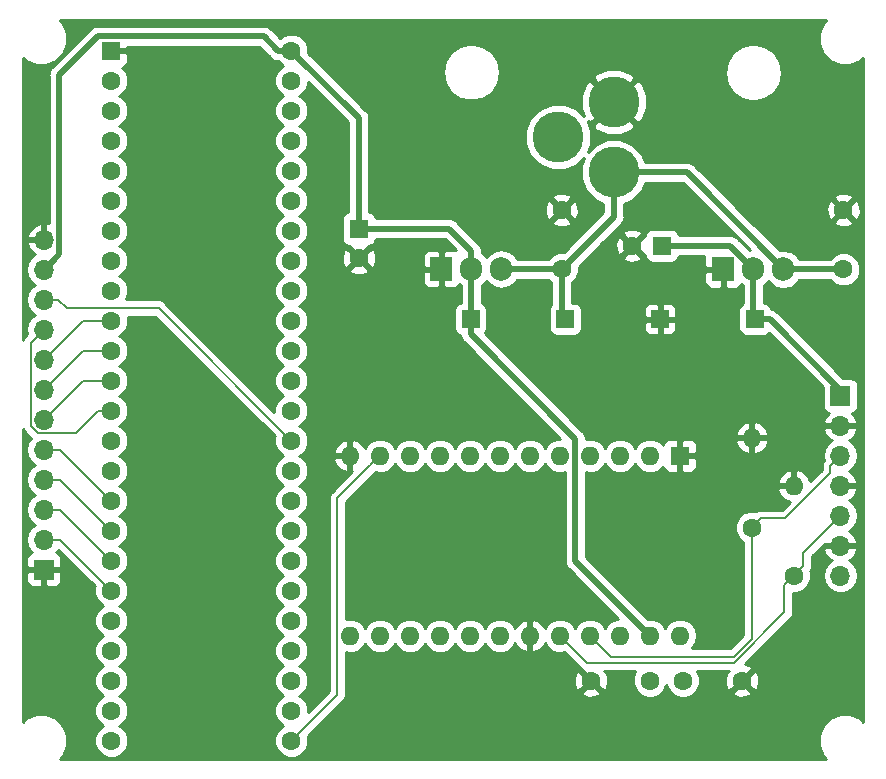
<source format=gtl>
G04 #@! TF.GenerationSoftware,KiCad,Pcbnew,(5.0.0)*
G04 #@! TF.CreationDate,2018-10-18T19:20:22-07:00*
G04 #@! TF.ProjectId,Genesynth,47656E6573796E74682E6B696361645F,v0*
G04 #@! TF.SameCoordinates,Original*
G04 #@! TF.FileFunction,Copper,L1,Top,Signal*
G04 #@! TF.FilePolarity,Positive*
%FSLAX46Y46*%
G04 Gerber Fmt 4.6, Leading zero omitted, Abs format (unit mm)*
G04 Created by KiCad (PCBNEW (5.0.0)) date 10/18/18 19:20:22*
%MOMM*%
%LPD*%
G01*
G04 APERTURE LIST*
G04 #@! TA.AperFunction,ComponentPad*
%ADD10C,1.600000*%
G04 #@! TD*
G04 #@! TA.AperFunction,ComponentPad*
%ADD11O,1.600000X1.600000*%
G04 #@! TD*
G04 #@! TA.AperFunction,ComponentPad*
%ADD12R,1.700000X1.700000*%
G04 #@! TD*
G04 #@! TA.AperFunction,ComponentPad*
%ADD13O,1.700000X1.700000*%
G04 #@! TD*
G04 #@! TA.AperFunction,ComponentPad*
%ADD14R,1.600000X1.600000*%
G04 #@! TD*
G04 #@! TA.AperFunction,SMDPad,CuDef*
%ADD15R,1.500000X1.500000*%
G04 #@! TD*
G04 #@! TA.AperFunction,ComponentPad*
%ADD16R,1.905000X2.000000*%
G04 #@! TD*
G04 #@! TA.AperFunction,ComponentPad*
%ADD17O,1.905000X2.000000*%
G04 #@! TD*
G04 #@! TA.AperFunction,ComponentPad*
%ADD18C,4.318000*%
G04 #@! TD*
G04 #@! TA.AperFunction,Conductor*
%ADD19C,0.177800*%
G04 #@! TD*
G04 #@! TA.AperFunction,Conductor*
%ADD20C,0.508000*%
G04 #@! TD*
G04 #@! TA.AperFunction,Conductor*
%ADD21C,0.254000*%
G04 #@! TD*
G04 APERTURE END LIST*
D10*
G04 #@! TO.P,R1,1*
G04 #@! TO.N,YM_L_RAW*
X149860000Y-111760000D03*
D11*
G04 #@! TO.P,R1,2*
G04 #@! TO.N,GND*
X149860000Y-104140000D03*
G04 #@! TD*
D12*
G04 #@! TO.P,J1,1*
G04 #@! TO.N,+5VA*
X157357000Y-100584000D03*
D13*
G04 #@! TO.P,J1,2*
G04 #@! TO.N,GND*
X157357000Y-103124000D03*
G04 #@! TO.P,J1,3*
G04 #@! TO.N,YM_L_RAW*
X157357000Y-105664000D03*
G04 #@! TO.P,J1,4*
G04 #@! TO.N,GND*
X157357000Y-108204000D03*
G04 #@! TO.P,J1,5*
G04 #@! TO.N,YM_R_RAW*
X157357000Y-110744000D03*
G04 #@! TO.P,J1,6*
G04 #@! TO.N,GND*
X157357000Y-113284000D03*
G04 #@! TO.P,J1,7*
G04 #@! TO.N,N/C*
X157357000Y-115824000D03*
G04 #@! TD*
D11*
G04 #@! TO.P,R2,2*
G04 #@! TO.N,GND*
X153416000Y-108204000D03*
D10*
G04 #@! TO.P,R2,1*
G04 #@! TO.N,YM_R_RAW*
X153416000Y-115824000D03*
G04 #@! TD*
D14*
G04 #@! TO.P,U2,1*
G04 #@! TO.N,GND*
X143764000Y-105664000D03*
D11*
G04 #@! TO.P,U2,13*
G04 #@! TO.N,Net-(U2-Pad13)*
X115824000Y-120904000D03*
G04 #@! TO.P,U2,2*
G04 #@! TO.N,Data0*
X141224000Y-105664000D03*
G04 #@! TO.P,U2,14*
G04 #@! TO.N,YM_CS*
X118364000Y-120904000D03*
G04 #@! TO.P,U2,3*
G04 #@! TO.N,Data1*
X138684000Y-105664000D03*
G04 #@! TO.P,U2,15*
G04 #@! TO.N,YM_WR*
X120904000Y-120904000D03*
G04 #@! TO.P,U2,4*
G04 #@! TO.N,Data2*
X136144000Y-105664000D03*
G04 #@! TO.P,U2,16*
G04 #@! TO.N,YM_RD*
X123444000Y-120904000D03*
G04 #@! TO.P,U2,5*
G04 #@! TO.N,Data3*
X133604000Y-105664000D03*
G04 #@! TO.P,U2,17*
G04 #@! TO.N,YM_A0*
X125984000Y-120904000D03*
G04 #@! TO.P,U2,6*
G04 #@! TO.N,Data4*
X131064000Y-105664000D03*
G04 #@! TO.P,U2,18*
G04 #@! TO.N,YM_A1*
X128524000Y-120904000D03*
G04 #@! TO.P,U2,7*
G04 #@! TO.N,Data5*
X128524000Y-105664000D03*
G04 #@! TO.P,U2,19*
G04 #@! TO.N,GND*
X131064000Y-120904000D03*
G04 #@! TO.P,U2,8*
G04 #@! TO.N,Data6*
X125984000Y-105664000D03*
G04 #@! TO.P,U2,20*
G04 #@! TO.N,YM_R_RAW*
X133604000Y-120904000D03*
G04 #@! TO.P,U2,9*
G04 #@! TO.N,Data7*
X123444000Y-105664000D03*
G04 #@! TO.P,U2,21*
G04 #@! TO.N,YM_L_RAW*
X136144000Y-120904000D03*
G04 #@! TO.P,U2,10*
G04 #@! TO.N,Net-(U2-Pad10)*
X120904000Y-105664000D03*
G04 #@! TO.P,U2,22*
G04 #@! TO.N,+5VA*
X138684000Y-120904000D03*
G04 #@! TO.P,U2,11*
G04 #@! TO.N,YM_IC*
X118364000Y-105664000D03*
G04 #@! TO.P,U2,23*
G04 #@! TO.N,+5V*
X141224000Y-120904000D03*
G04 #@! TO.P,U2,12*
G04 #@! TO.N,GND*
X115824000Y-105664000D03*
G04 #@! TO.P,U2,24*
G04 #@! TO.N,YM_CLK*
X143764000Y-120904000D03*
G04 #@! TD*
D10*
G04 #@! TO.P,C1,1*
G04 #@! TO.N,+9V*
X133747583Y-89863284D03*
G04 #@! TO.P,C1,2*
G04 #@! TO.N,GND*
X133747583Y-84863284D03*
G04 #@! TD*
G04 #@! TO.P,C2,2*
G04 #@! TO.N,GND*
X157607000Y-84887000D03*
G04 #@! TO.P,C2,1*
G04 #@! TO.N,+9V*
X157607000Y-89887000D03*
G04 #@! TD*
D14*
G04 #@! TO.P,C3,1*
G04 #@! TO.N,+5V*
X116574783Y-86463284D03*
D10*
G04 #@! TO.P,C3,2*
G04 #@! TO.N,GND*
X116574783Y-88963284D03*
G04 #@! TD*
G04 #@! TO.P,C4,2*
G04 #@! TO.N,GND*
X139740000Y-87884000D03*
D14*
G04 #@! TO.P,C4,1*
G04 #@! TO.N,+5VA*
X142240000Y-87884000D03*
G04 #@! TD*
D12*
G04 #@! TO.P,J2,1*
G04 #@! TO.N,GND*
X89916000Y-115316000D03*
D13*
G04 #@! TO.P,J2,2*
G04 #@! TO.N,BUTTON_1*
X89916000Y-112776000D03*
G04 #@! TO.P,J2,3*
G04 #@! TO.N,BUTTON_2*
X89916000Y-110236000D03*
G04 #@! TO.P,J2,4*
G04 #@! TO.N,BUTTON_3*
X89916000Y-107696000D03*
G04 #@! TO.P,J2,5*
G04 #@! TO.N,BUTTON_4*
X89916000Y-105156000D03*
G04 #@! TO.P,J2,6*
G04 #@! TO.N,DISPLAY_CS*
X89916000Y-102616000D03*
G04 #@! TO.P,J2,7*
G04 #@! TO.N,DISPLAY_DC*
X89916000Y-100076000D03*
G04 #@! TO.P,J2,8*
G04 #@! TO.N,DISPLAY_RES*
X89916000Y-97536000D03*
G04 #@! TO.P,J2,9*
G04 #@! TO.N,DISPLAY_MOSI*
X89916000Y-94996000D03*
G04 #@! TO.P,J2,10*
G04 #@! TO.N,DISPLAY_CLK*
X89916000Y-92456000D03*
G04 #@! TO.P,J2,11*
G04 #@! TO.N,+5V*
X89916000Y-89916000D03*
G04 #@! TO.P,J2,12*
G04 #@! TO.N,GND*
X89916000Y-87376000D03*
G04 #@! TD*
D15*
G04 #@! TO.P,TP1,1*
G04 #@! TO.N,+9V*
X134060522Y-94107000D03*
G04 #@! TD*
G04 #@! TO.P,TP2,1*
G04 #@! TO.N,GND*
X142087261Y-94107000D03*
G04 #@! TD*
G04 #@! TO.P,TP3,1*
G04 #@! TO.N,+5V*
X126033783Y-94107000D03*
G04 #@! TD*
G04 #@! TO.P,TP4,1*
G04 #@! TO.N,+5VA*
X150114000Y-94107000D03*
G04 #@! TD*
D16*
G04 #@! TO.P,U3,1*
G04 #@! TO.N,GND*
X123571183Y-89863284D03*
D17*
G04 #@! TO.P,U3,2*
G04 #@! TO.N,+5V*
X126111183Y-89863284D03*
G04 #@! TO.P,U3,3*
G04 #@! TO.N,+9V*
X128651183Y-89863284D03*
G04 #@! TD*
G04 #@! TO.P,U4,3*
G04 #@! TO.N,+9V*
X152510600Y-89887000D03*
G04 #@! TO.P,U4,2*
G04 #@! TO.N,+5VA*
X149970600Y-89887000D03*
D16*
G04 #@! TO.P,U4,1*
G04 #@! TO.N,GND*
X147430600Y-89887000D03*
G04 #@! TD*
D10*
G04 #@! TO.P,U1,17*
G04 #@! TO.N,BUTTON_3*
X95631000Y-112014000D03*
G04 #@! TO.P,U1,18*
G04 #@! TO.N,BUTTON_2*
X95631000Y-114554000D03*
G04 #@! TO.P,U1,19*
G04 #@! TO.N,BUTTON_1*
X95631000Y-117094000D03*
G04 #@! TO.P,U1,20*
G04 #@! TO.N,YM_CS*
X95631000Y-119634000D03*
G04 #@! TO.P,U1,16*
G04 #@! TO.N,BUTTON_4*
X95631000Y-109474000D03*
G04 #@! TO.P,U1,15*
G04 #@! TO.N,Net-(U1-Pad15)*
X95631000Y-106934000D03*
G04 #@! TO.P,U1,14*
G04 #@! TO.N,Net-(U1-Pad14)*
X95631000Y-104394000D03*
G04 #@! TO.P,U1,21*
G04 #@! TO.N,YM_WR*
X95631000Y-122174000D03*
G04 #@! TO.P,U1,22*
G04 #@! TO.N,YM_RD*
X95631000Y-124714000D03*
G04 #@! TO.P,U1,23*
G04 #@! TO.N,YM_A0*
X95631000Y-127254000D03*
G04 #@! TO.P,U1,24*
G04 #@! TO.N,YM_A1*
X95631000Y-129794000D03*
G04 #@! TO.P,U1,30*
G04 #@! TO.N,YM_IC*
X110871000Y-129794000D03*
G04 #@! TO.P,U1,31*
G04 #@! TO.N,Net-(U1-Pad31)*
X110871000Y-127254000D03*
G04 #@! TO.P,U1,32*
G04 #@! TO.N,Net-(U1-Pad32)*
X110871000Y-124714000D03*
G04 #@! TO.P,U1,33*
G04 #@! TO.N,Net-(U1-Pad33)*
X110871000Y-122174000D03*
G04 #@! TO.P,U1,34*
G04 #@! TO.N,Net-(U1-Pad34)*
X110871000Y-119634000D03*
G04 #@! TO.P,U1,35*
G04 #@! TO.N,Net-(U1-Pad35)*
X110871000Y-117094000D03*
G04 #@! TO.P,U1,36*
G04 #@! TO.N,Net-(U1-Pad36)*
X110871000Y-114554000D03*
G04 #@! TO.P,U1,37*
G04 #@! TO.N,Net-(U1-Pad37)*
X110871000Y-112014000D03*
G04 #@! TO.P,U1,13*
G04 #@! TO.N,DISPLAY_MOSI*
X95631000Y-101854000D03*
G04 #@! TO.P,U1,12*
G04 #@! TO.N,DISPLAY_CS*
X95631000Y-99314000D03*
G04 #@! TO.P,U1,11*
G04 #@! TO.N,DISPLAY_DC*
X95631000Y-96774000D03*
G04 #@! TO.P,U1,10*
G04 #@! TO.N,DISPLAY_RES*
X95631000Y-94234000D03*
G04 #@! TO.P,U1,9*
G04 #@! TO.N,Net-(U1-Pad9)*
X95631000Y-91694000D03*
G04 #@! TO.P,U1,8*
G04 #@! TO.N,Net-(U1-Pad8)*
X95631000Y-89154000D03*
G04 #@! TO.P,U1,7*
G04 #@! TO.N,Net-(U1-Pad7)*
X95631000Y-86614000D03*
G04 #@! TO.P,U1,6*
G04 #@! TO.N,YM_CLK*
X95631000Y-84074000D03*
G04 #@! TO.P,U1,5*
G04 #@! TO.N,Net-(U1-Pad5)*
X95631000Y-81534000D03*
G04 #@! TO.P,U1,4*
G04 #@! TO.N,Net-(U1-Pad4)*
X95631000Y-78994000D03*
G04 #@! TO.P,U1,3*
G04 #@! TO.N,Net-(U1-Pad3)*
X95631000Y-76454000D03*
G04 #@! TO.P,U1,2*
G04 #@! TO.N,Net-(U1-Pad2)*
X95631000Y-73914000D03*
D14*
G04 #@! TO.P,U1,1*
G04 #@! TO.N,GND*
X95631000Y-71374000D03*
D10*
G04 #@! TO.P,U1,38*
G04 #@! TO.N,Net-(U1-Pad38)*
X110871000Y-109474000D03*
G04 #@! TO.P,U1,39*
G04 #@! TO.N,Net-(U1-Pad39)*
X110871000Y-106934000D03*
G04 #@! TO.P,U1,40*
G04 #@! TO.N,DISPLAY_CLK*
X110871000Y-104394000D03*
G04 #@! TO.P,U1,41*
G04 #@! TO.N,Data7*
X110871000Y-101854000D03*
G04 #@! TO.P,U1,42*
G04 #@! TO.N,Data6*
X110871000Y-99314000D03*
G04 #@! TO.P,U1,43*
G04 #@! TO.N,Data5*
X110871000Y-96774000D03*
G04 #@! TO.P,U1,44*
G04 #@! TO.N,Data4*
X110871000Y-94234000D03*
G04 #@! TO.P,U1,45*
G04 #@! TO.N,Data3*
X110871000Y-91694000D03*
G04 #@! TO.P,U1,46*
G04 #@! TO.N,Data2*
X110871000Y-89154000D03*
G04 #@! TO.P,U1,47*
G04 #@! TO.N,Data1*
X110871000Y-86614000D03*
G04 #@! TO.P,U1,48*
G04 #@! TO.N,Data0*
X110871000Y-84074000D03*
G04 #@! TO.P,U1,49*
G04 #@! TO.N,Net-(U1-Pad49)*
X110871000Y-81534000D03*
G04 #@! TO.P,U1,50*
G04 #@! TO.N,Net-(U1-Pad50)*
X110871000Y-78994000D03*
G04 #@! TO.P,U1,51*
G04 #@! TO.N,Net-(U1-Pad51)*
X110871000Y-76454000D03*
G04 #@! TO.P,U1,52*
G04 #@! TO.N,Net-(U1-Pad52)*
X110871000Y-73914000D03*
G04 #@! TO.P,U1,53*
G04 #@! TO.N,+5V*
X110871000Y-71374000D03*
G04 #@! TD*
D18*
G04 #@! TO.P,J3,GND*
G04 #@! TO.N,GND*
X138176000Y-75692000D03*
G04 #@! TO.P,J3,GNDB*
G04 #@! TO.N,Net-(J3-PadGNDB)*
X133477000Y-78691740D03*
G04 #@! TO.P,J3,PWR*
G04 #@! TO.N,+9V*
X138176000Y-81691480D03*
G04 #@! TD*
D10*
G04 #@! TO.P,C5,2*
G04 #@! TO.N,GND*
X136224000Y-124714000D03*
G04 #@! TO.P,C5,1*
G04 #@! TO.N,+5V*
X141224000Y-124714000D03*
G04 #@! TD*
G04 #@! TO.P,C6,1*
G04 #@! TO.N,+5VA*
X144018000Y-124714000D03*
G04 #@! TO.P,C6,2*
G04 #@! TO.N,GND*
X149018000Y-124714000D03*
G04 #@! TD*
D19*
G04 #@! TO.N,YM_IC*
X110871000Y-129794000D02*
X111937701Y-128727299D01*
X117564001Y-106463999D02*
X118364000Y-105664000D01*
X114757299Y-125907701D02*
X114757299Y-109270701D01*
X114757299Y-109270701D02*
X117564001Y-106463999D01*
X110871000Y-129794000D02*
X114757299Y-125907701D01*
D20*
G04 #@! TO.N,+9V*
X133747583Y-89863284D02*
X128651183Y-89863284D01*
X156475630Y-89887000D02*
X152510600Y-89887000D01*
X157607000Y-89887000D02*
X156475630Y-89887000D01*
X133747583Y-93794061D02*
X134060522Y-94107000D01*
X133747583Y-89863284D02*
X133747583Y-93794061D01*
X144362580Y-81691480D02*
X141229287Y-81691480D01*
X152510600Y-89839500D02*
X144362580Y-81691480D01*
X141229287Y-81691480D02*
X138176000Y-81691480D01*
X152510600Y-89887000D02*
X152510600Y-89839500D01*
X138176000Y-85434867D02*
X138176000Y-81691480D01*
X133747583Y-89863284D02*
X138176000Y-85434867D01*
G04 #@! TO.N,+5V*
X126111183Y-94029600D02*
X126033783Y-94107000D01*
X126111183Y-89863284D02*
X126111183Y-94029600D01*
X117882783Y-86463284D02*
X116574783Y-86463284D01*
X124219183Y-86463284D02*
X117882783Y-86463284D01*
X126111183Y-88355284D02*
X124219183Y-86463284D01*
X126111183Y-89863284D02*
X126111183Y-88355284D01*
X116574783Y-77077783D02*
X110871000Y-71374000D01*
X116574783Y-86463284D02*
X116574783Y-77077783D01*
X90765999Y-89066001D02*
X89916000Y-89916000D01*
X94485559Y-70142199D02*
X91197801Y-73429957D01*
X91197801Y-73429957D02*
X91197801Y-88634199D01*
X108507829Y-70142199D02*
X94485559Y-70142199D01*
X91197801Y-88634199D02*
X90765999Y-89066001D01*
X109739630Y-71374000D02*
X108507829Y-70142199D01*
X110871000Y-71374000D02*
X109739630Y-71374000D01*
X140424001Y-120104001D02*
X141224000Y-120904000D01*
X134912199Y-114592199D02*
X140424001Y-120104001D01*
X134912199Y-104243416D02*
X134912199Y-114592199D01*
X126033783Y-95365000D02*
X134912199Y-104243416D01*
X126033783Y-94107000D02*
X126033783Y-95365000D01*
G04 #@! TO.N,+5VA*
X149970600Y-93963600D02*
X150114000Y-94107000D01*
X149970600Y-89887000D02*
X149970600Y-93963600D01*
X151372000Y-94107000D02*
X150114000Y-94107000D01*
X157357000Y-100092000D02*
X151372000Y-94107000D01*
X143548000Y-87884000D02*
X142240000Y-87884000D01*
X148015100Y-87884000D02*
X143548000Y-87884000D01*
X149970600Y-89839500D02*
X148015100Y-87884000D01*
X149970600Y-89887000D02*
X149970600Y-89839500D01*
D19*
G04 #@! TO.N,YM_L_RAW*
X149860000Y-111760000D02*
X149860000Y-121163092D01*
X149860000Y-121163092D02*
X149854908Y-121163092D01*
X149854908Y-121163092D02*
X148336000Y-122682000D01*
X137922000Y-122682000D02*
X136144000Y-120904000D01*
X148336000Y-122682000D02*
X137922000Y-122682000D01*
X150659999Y-110960001D02*
X152691999Y-110960001D01*
X149860000Y-111760000D02*
X150659999Y-110960001D01*
X156507001Y-106513999D02*
X157357000Y-105664000D01*
X156507001Y-107144999D02*
X156507001Y-106513999D01*
X152691999Y-110960001D02*
X156507001Y-107144999D01*
G04 #@! TO.N,YM_R_RAW*
X152616001Y-116623999D02*
X152616001Y-118909999D01*
X153416000Y-115824000D02*
X152616001Y-116623999D01*
X152616001Y-118909999D02*
X148336000Y-123190000D01*
X135890000Y-123190000D02*
X133604000Y-120904000D01*
X148336000Y-123190000D02*
X135890000Y-123190000D01*
X156507001Y-111593999D02*
X157357000Y-110744000D01*
X154215999Y-113885001D02*
X156507001Y-111593999D01*
X154215999Y-115024001D02*
X154215999Y-113885001D01*
X153416000Y-115824000D02*
X154215999Y-115024001D01*
G04 #@! TO.N,BUTTON_1*
X91313000Y-112776000D02*
X89916000Y-112776000D01*
X95631000Y-117094000D02*
X91313000Y-112776000D01*
G04 #@! TO.N,BUTTON_2*
X91313000Y-110236000D02*
X89916000Y-110236000D01*
X95631000Y-114554000D02*
X91313000Y-110236000D01*
G04 #@! TO.N,BUTTON_3*
X91313000Y-107696000D02*
X89916000Y-107696000D01*
X95631000Y-112014000D02*
X91313000Y-107696000D01*
G04 #@! TO.N,BUTTON_4*
X91313000Y-105156000D02*
X89916000Y-105156000D01*
X95631000Y-109474000D02*
X91313000Y-105156000D01*
G04 #@! TO.N,DISPLAY_CS*
X93218000Y-99314000D02*
X89916000Y-102616000D01*
X95631000Y-99314000D02*
X93218000Y-99314000D01*
G04 #@! TO.N,DISPLAY_DC*
X93218000Y-96774000D02*
X89916000Y-100076000D01*
X95631000Y-96774000D02*
X93218000Y-96774000D01*
G04 #@! TO.N,DISPLAY_RES*
X93218000Y-94234000D02*
X89916000Y-97536000D01*
X95631000Y-94234000D02*
X93218000Y-94234000D01*
G04 #@! TO.N,DISPLAY_MOSI*
X88799299Y-96112701D02*
X89066001Y-95845999D01*
X88799299Y-103152017D02*
X88799299Y-96112701D01*
X89379983Y-103732701D02*
X88799299Y-103152017D01*
X89066001Y-95845999D02*
X89916000Y-94996000D01*
X92620929Y-103732701D02*
X89379983Y-103732701D01*
X94499630Y-101854000D02*
X92620929Y-103732701D01*
X95631000Y-101854000D02*
X94499630Y-101854000D01*
G04 #@! TO.N,DISPLAY_CLK*
X91118081Y-92456000D02*
X89916000Y-92456000D01*
X91829380Y-93167299D02*
X91118081Y-92456000D01*
X99644299Y-93167299D02*
X91829380Y-93167299D01*
X110871000Y-104394000D02*
X99644299Y-93167299D01*
G04 #@! TD*
D21*
G04 #@! TO.N,GND*
G36*
X155839259Y-69091974D02*
X155499000Y-69913431D01*
X155499000Y-70802569D01*
X155839259Y-71624026D01*
X156467974Y-72252741D01*
X157289431Y-72593000D01*
X158178569Y-72593000D01*
X159000026Y-72252741D01*
X159285000Y-71967767D01*
X159285001Y-128184234D01*
X159000026Y-127899259D01*
X158178569Y-127559000D01*
X157289431Y-127559000D01*
X156467974Y-127899259D01*
X155839259Y-128527974D01*
X155499000Y-129349431D01*
X155499000Y-130238569D01*
X155839259Y-131060026D01*
X156124233Y-131345000D01*
X91271767Y-131345000D01*
X91556741Y-131060026D01*
X91897000Y-130238569D01*
X91897000Y-129349431D01*
X91556741Y-128527974D01*
X90928026Y-127899259D01*
X90106569Y-127559000D01*
X89217431Y-127559000D01*
X88395974Y-127899259D01*
X88111000Y-128184233D01*
X88111000Y-115601750D01*
X88431000Y-115601750D01*
X88431000Y-116292310D01*
X88527673Y-116525699D01*
X88706302Y-116704327D01*
X88939691Y-116801000D01*
X89630250Y-116801000D01*
X89789000Y-116642250D01*
X89789000Y-115443000D01*
X90043000Y-115443000D01*
X90043000Y-116642250D01*
X90201750Y-116801000D01*
X90892309Y-116801000D01*
X91125698Y-116704327D01*
X91304327Y-116525699D01*
X91401000Y-116292310D01*
X91401000Y-115601750D01*
X91242250Y-115443000D01*
X90043000Y-115443000D01*
X89789000Y-115443000D01*
X88589750Y-115443000D01*
X88431000Y-115601750D01*
X88111000Y-115601750D01*
X88111000Y-103402293D01*
X88117400Y-103434468D01*
X88277396Y-103673919D01*
X88337841Y-103714308D01*
X88790714Y-104167181D01*
X88517161Y-104576582D01*
X88401908Y-105156000D01*
X88517161Y-105735418D01*
X88845375Y-106226625D01*
X89143761Y-106426000D01*
X88845375Y-106625375D01*
X88517161Y-107116582D01*
X88401908Y-107696000D01*
X88517161Y-108275418D01*
X88845375Y-108766625D01*
X89143761Y-108966000D01*
X88845375Y-109165375D01*
X88517161Y-109656582D01*
X88401908Y-110236000D01*
X88517161Y-110815418D01*
X88845375Y-111306625D01*
X89143761Y-111506000D01*
X88845375Y-111705375D01*
X88517161Y-112196582D01*
X88401908Y-112776000D01*
X88517161Y-113355418D01*
X88845375Y-113846625D01*
X88867033Y-113861096D01*
X88706302Y-113927673D01*
X88527673Y-114106301D01*
X88431000Y-114339690D01*
X88431000Y-115030250D01*
X88589750Y-115189000D01*
X89789000Y-115189000D01*
X89789000Y-115169000D01*
X90043000Y-115169000D01*
X90043000Y-115189000D01*
X91242250Y-115189000D01*
X91401000Y-115030250D01*
X91401000Y-114339690D01*
X91304327Y-114106301D01*
X91125698Y-113927673D01*
X90964967Y-113861096D01*
X90986625Y-113846625D01*
X91136129Y-113622877D01*
X94232850Y-116719598D01*
X94196000Y-116808561D01*
X94196000Y-117379439D01*
X94414466Y-117906862D01*
X94818138Y-118310534D01*
X94947216Y-118364000D01*
X94818138Y-118417466D01*
X94414466Y-118821138D01*
X94196000Y-119348561D01*
X94196000Y-119919439D01*
X94414466Y-120446862D01*
X94818138Y-120850534D01*
X94947216Y-120904000D01*
X94818138Y-120957466D01*
X94414466Y-121361138D01*
X94196000Y-121888561D01*
X94196000Y-122459439D01*
X94414466Y-122986862D01*
X94818138Y-123390534D01*
X94947216Y-123444000D01*
X94818138Y-123497466D01*
X94414466Y-123901138D01*
X94196000Y-124428561D01*
X94196000Y-124999439D01*
X94414466Y-125526862D01*
X94818138Y-125930534D01*
X94947216Y-125984000D01*
X94818138Y-126037466D01*
X94414466Y-126441138D01*
X94196000Y-126968561D01*
X94196000Y-127539439D01*
X94414466Y-128066862D01*
X94818138Y-128470534D01*
X94947216Y-128524000D01*
X94818138Y-128577466D01*
X94414466Y-128981138D01*
X94196000Y-129508561D01*
X94196000Y-130079439D01*
X94414466Y-130606862D01*
X94818138Y-131010534D01*
X95345561Y-131229000D01*
X95916439Y-131229000D01*
X96443862Y-131010534D01*
X96847534Y-130606862D01*
X97066000Y-130079439D01*
X97066000Y-129508561D01*
X96847534Y-128981138D01*
X96443862Y-128577466D01*
X96314784Y-128524000D01*
X96443862Y-128470534D01*
X96847534Y-128066862D01*
X97066000Y-127539439D01*
X97066000Y-126968561D01*
X96847534Y-126441138D01*
X96443862Y-126037466D01*
X96314784Y-125984000D01*
X96443862Y-125930534D01*
X96847534Y-125526862D01*
X97066000Y-124999439D01*
X97066000Y-124428561D01*
X96847534Y-123901138D01*
X96443862Y-123497466D01*
X96314784Y-123444000D01*
X96443862Y-123390534D01*
X96847534Y-122986862D01*
X97066000Y-122459439D01*
X97066000Y-121888561D01*
X96847534Y-121361138D01*
X96443862Y-120957466D01*
X96314784Y-120904000D01*
X96443862Y-120850534D01*
X96847534Y-120446862D01*
X97066000Y-119919439D01*
X97066000Y-119348561D01*
X96847534Y-118821138D01*
X96443862Y-118417466D01*
X96314784Y-118364000D01*
X96443862Y-118310534D01*
X96847534Y-117906862D01*
X97066000Y-117379439D01*
X97066000Y-116808561D01*
X96847534Y-116281138D01*
X96443862Y-115877466D01*
X96314784Y-115824000D01*
X96443862Y-115770534D01*
X96847534Y-115366862D01*
X97066000Y-114839439D01*
X97066000Y-114268561D01*
X96847534Y-113741138D01*
X96443862Y-113337466D01*
X96314784Y-113284000D01*
X96443862Y-113230534D01*
X96847534Y-112826862D01*
X97066000Y-112299439D01*
X97066000Y-111728561D01*
X96847534Y-111201138D01*
X96443862Y-110797466D01*
X96314784Y-110744000D01*
X96443862Y-110690534D01*
X96847534Y-110286862D01*
X97066000Y-109759439D01*
X97066000Y-109188561D01*
X96847534Y-108661138D01*
X96443862Y-108257466D01*
X96314784Y-108204000D01*
X96443862Y-108150534D01*
X96847534Y-107746862D01*
X97066000Y-107219439D01*
X97066000Y-106648561D01*
X96847534Y-106121138D01*
X96443862Y-105717466D01*
X96314784Y-105664000D01*
X96443862Y-105610534D01*
X96847534Y-105206862D01*
X97066000Y-104679439D01*
X97066000Y-104108561D01*
X96847534Y-103581138D01*
X96443862Y-103177466D01*
X96314784Y-103124000D01*
X96443862Y-103070534D01*
X96847534Y-102666862D01*
X97066000Y-102139439D01*
X97066000Y-101568561D01*
X96847534Y-101041138D01*
X96443862Y-100637466D01*
X96314784Y-100584000D01*
X96443862Y-100530534D01*
X96847534Y-100126862D01*
X97066000Y-99599439D01*
X97066000Y-99028561D01*
X96847534Y-98501138D01*
X96443862Y-98097466D01*
X96314784Y-98044000D01*
X96443862Y-97990534D01*
X96847534Y-97586862D01*
X97066000Y-97059439D01*
X97066000Y-96488561D01*
X96847534Y-95961138D01*
X96443862Y-95557466D01*
X96314784Y-95504000D01*
X96443862Y-95450534D01*
X96847534Y-95046862D01*
X97066000Y-94519439D01*
X97066000Y-93948561D01*
X97042240Y-93891199D01*
X99344451Y-93891199D01*
X109472849Y-104019599D01*
X109436000Y-104108561D01*
X109436000Y-104679439D01*
X109654466Y-105206862D01*
X110058138Y-105610534D01*
X110187216Y-105664000D01*
X110058138Y-105717466D01*
X109654466Y-106121138D01*
X109436000Y-106648561D01*
X109436000Y-107219439D01*
X109654466Y-107746862D01*
X110058138Y-108150534D01*
X110187216Y-108204000D01*
X110058138Y-108257466D01*
X109654466Y-108661138D01*
X109436000Y-109188561D01*
X109436000Y-109759439D01*
X109654466Y-110286862D01*
X110058138Y-110690534D01*
X110187216Y-110744000D01*
X110058138Y-110797466D01*
X109654466Y-111201138D01*
X109436000Y-111728561D01*
X109436000Y-112299439D01*
X109654466Y-112826862D01*
X110058138Y-113230534D01*
X110187216Y-113284000D01*
X110058138Y-113337466D01*
X109654466Y-113741138D01*
X109436000Y-114268561D01*
X109436000Y-114839439D01*
X109654466Y-115366862D01*
X110058138Y-115770534D01*
X110187216Y-115824000D01*
X110058138Y-115877466D01*
X109654466Y-116281138D01*
X109436000Y-116808561D01*
X109436000Y-117379439D01*
X109654466Y-117906862D01*
X110058138Y-118310534D01*
X110187216Y-118364000D01*
X110058138Y-118417466D01*
X109654466Y-118821138D01*
X109436000Y-119348561D01*
X109436000Y-119919439D01*
X109654466Y-120446862D01*
X110058138Y-120850534D01*
X110187216Y-120904000D01*
X110058138Y-120957466D01*
X109654466Y-121361138D01*
X109436000Y-121888561D01*
X109436000Y-122459439D01*
X109654466Y-122986862D01*
X110058138Y-123390534D01*
X110187216Y-123444000D01*
X110058138Y-123497466D01*
X109654466Y-123901138D01*
X109436000Y-124428561D01*
X109436000Y-124999439D01*
X109654466Y-125526862D01*
X110058138Y-125930534D01*
X110187216Y-125984000D01*
X110058138Y-126037466D01*
X109654466Y-126441138D01*
X109436000Y-126968561D01*
X109436000Y-127539439D01*
X109654466Y-128066862D01*
X110058138Y-128470534D01*
X110187216Y-128524000D01*
X110058138Y-128577466D01*
X109654466Y-128981138D01*
X109436000Y-129508561D01*
X109436000Y-130079439D01*
X109654466Y-130606862D01*
X110058138Y-131010534D01*
X110585561Y-131229000D01*
X111156439Y-131229000D01*
X111683862Y-131010534D01*
X112087534Y-130606862D01*
X112306000Y-130079439D01*
X112306000Y-129508561D01*
X112269150Y-129419598D01*
X112499990Y-129188759D01*
X112499991Y-129188758D01*
X115218762Y-126469988D01*
X115279201Y-126429604D01*
X115319586Y-126369164D01*
X115319589Y-126369161D01*
X115439198Y-126190153D01*
X115495381Y-125907701D01*
X115481199Y-125836403D01*
X115481199Y-125721745D01*
X135395861Y-125721745D01*
X135469995Y-125967864D01*
X136007223Y-126160965D01*
X136577454Y-126133778D01*
X136978005Y-125967864D01*
X137052139Y-125721745D01*
X136224000Y-124893605D01*
X135395861Y-125721745D01*
X115481199Y-125721745D01*
X115481199Y-124497223D01*
X134777035Y-124497223D01*
X134804222Y-125067454D01*
X134970136Y-125468005D01*
X135216255Y-125542139D01*
X136044395Y-124714000D01*
X135216255Y-123885861D01*
X134970136Y-123959995D01*
X134777035Y-124497223D01*
X115481199Y-124497223D01*
X115481199Y-122298925D01*
X115682667Y-122339000D01*
X115965333Y-122339000D01*
X116383909Y-122255740D01*
X116858577Y-121938577D01*
X117094000Y-121586242D01*
X117329423Y-121938577D01*
X117804091Y-122255740D01*
X118222667Y-122339000D01*
X118505333Y-122339000D01*
X118923909Y-122255740D01*
X119398577Y-121938577D01*
X119634000Y-121586242D01*
X119869423Y-121938577D01*
X120344091Y-122255740D01*
X120762667Y-122339000D01*
X121045333Y-122339000D01*
X121463909Y-122255740D01*
X121938577Y-121938577D01*
X122174000Y-121586242D01*
X122409423Y-121938577D01*
X122884091Y-122255740D01*
X123302667Y-122339000D01*
X123585333Y-122339000D01*
X124003909Y-122255740D01*
X124478577Y-121938577D01*
X124714000Y-121586242D01*
X124949423Y-121938577D01*
X125424091Y-122255740D01*
X125842667Y-122339000D01*
X126125333Y-122339000D01*
X126543909Y-122255740D01*
X127018577Y-121938577D01*
X127254000Y-121586242D01*
X127489423Y-121938577D01*
X127964091Y-122255740D01*
X128382667Y-122339000D01*
X128665333Y-122339000D01*
X129083909Y-122255740D01*
X129558577Y-121938577D01*
X129814947Y-121554892D01*
X129911611Y-121759134D01*
X130326577Y-122135041D01*
X130714961Y-122295904D01*
X130937000Y-122173915D01*
X130937000Y-121031000D01*
X130917000Y-121031000D01*
X130917000Y-120777000D01*
X130937000Y-120777000D01*
X130937000Y-119634085D01*
X130714961Y-119512096D01*
X130326577Y-119672959D01*
X129911611Y-120048866D01*
X129814947Y-120253108D01*
X129558577Y-119869423D01*
X129083909Y-119552260D01*
X128665333Y-119469000D01*
X128382667Y-119469000D01*
X127964091Y-119552260D01*
X127489423Y-119869423D01*
X127254000Y-120221758D01*
X127018577Y-119869423D01*
X126543909Y-119552260D01*
X126125333Y-119469000D01*
X125842667Y-119469000D01*
X125424091Y-119552260D01*
X124949423Y-119869423D01*
X124714000Y-120221758D01*
X124478577Y-119869423D01*
X124003909Y-119552260D01*
X123585333Y-119469000D01*
X123302667Y-119469000D01*
X122884091Y-119552260D01*
X122409423Y-119869423D01*
X122174000Y-120221758D01*
X121938577Y-119869423D01*
X121463909Y-119552260D01*
X121045333Y-119469000D01*
X120762667Y-119469000D01*
X120344091Y-119552260D01*
X119869423Y-119869423D01*
X119634000Y-120221758D01*
X119398577Y-119869423D01*
X118923909Y-119552260D01*
X118505333Y-119469000D01*
X118222667Y-119469000D01*
X117804091Y-119552260D01*
X117329423Y-119869423D01*
X117094000Y-120221758D01*
X116858577Y-119869423D01*
X116383909Y-119552260D01*
X115965333Y-119469000D01*
X115682667Y-119469000D01*
X115481199Y-119509075D01*
X115481199Y-109570549D01*
X117997531Y-107054218D01*
X118222667Y-107099000D01*
X118505333Y-107099000D01*
X118923909Y-107015740D01*
X119398577Y-106698577D01*
X119634000Y-106346242D01*
X119869423Y-106698577D01*
X120344091Y-107015740D01*
X120762667Y-107099000D01*
X121045333Y-107099000D01*
X121463909Y-107015740D01*
X121938577Y-106698577D01*
X122174000Y-106346242D01*
X122409423Y-106698577D01*
X122884091Y-107015740D01*
X123302667Y-107099000D01*
X123585333Y-107099000D01*
X124003909Y-107015740D01*
X124478577Y-106698577D01*
X124714000Y-106346242D01*
X124949423Y-106698577D01*
X125424091Y-107015740D01*
X125842667Y-107099000D01*
X126125333Y-107099000D01*
X126543909Y-107015740D01*
X127018577Y-106698577D01*
X127254000Y-106346242D01*
X127489423Y-106698577D01*
X127964091Y-107015740D01*
X128382667Y-107099000D01*
X128665333Y-107099000D01*
X129083909Y-107015740D01*
X129558577Y-106698577D01*
X129794000Y-106346242D01*
X130029423Y-106698577D01*
X130504091Y-107015740D01*
X130922667Y-107099000D01*
X131205333Y-107099000D01*
X131623909Y-107015740D01*
X132098577Y-106698577D01*
X132334000Y-106346242D01*
X132569423Y-106698577D01*
X133044091Y-107015740D01*
X133462667Y-107099000D01*
X133745333Y-107099000D01*
X134023199Y-107043729D01*
X134023200Y-114504640D01*
X134005783Y-114592199D01*
X134074781Y-114939069D01*
X134179170Y-115095298D01*
X134271267Y-115233132D01*
X134345493Y-115282728D01*
X138533573Y-119470809D01*
X138124091Y-119552260D01*
X137649423Y-119869423D01*
X137414000Y-120221758D01*
X137178577Y-119869423D01*
X136703909Y-119552260D01*
X136285333Y-119469000D01*
X136002667Y-119469000D01*
X135584091Y-119552260D01*
X135109423Y-119869423D01*
X134874000Y-120221758D01*
X134638577Y-119869423D01*
X134163909Y-119552260D01*
X133745333Y-119469000D01*
X133462667Y-119469000D01*
X133044091Y-119552260D01*
X132569423Y-119869423D01*
X132313053Y-120253108D01*
X132216389Y-120048866D01*
X131801423Y-119672959D01*
X131413039Y-119512096D01*
X131191000Y-119634085D01*
X131191000Y-120777000D01*
X131211000Y-120777000D01*
X131211000Y-121031000D01*
X131191000Y-121031000D01*
X131191000Y-122173915D01*
X131413039Y-122295904D01*
X131801423Y-122135041D01*
X132216389Y-121759134D01*
X132313053Y-121554892D01*
X132569423Y-121938577D01*
X133044091Y-122255740D01*
X133462667Y-122339000D01*
X133745333Y-122339000D01*
X133970469Y-122294218D01*
X135327709Y-123651458D01*
X135368097Y-123711903D01*
X135468789Y-123779184D01*
X136224000Y-124534395D01*
X136238142Y-124520252D01*
X136417748Y-124699858D01*
X136403605Y-124714000D01*
X137231745Y-125542139D01*
X137477864Y-125468005D01*
X137670965Y-124930777D01*
X137643778Y-124360546D01*
X137477864Y-123959995D01*
X137324832Y-123913900D01*
X140002180Y-123913900D01*
X139789000Y-124428561D01*
X139789000Y-124999439D01*
X140007466Y-125526862D01*
X140411138Y-125930534D01*
X140938561Y-126149000D01*
X141509439Y-126149000D01*
X142036862Y-125930534D01*
X142440534Y-125526862D01*
X142621000Y-125091179D01*
X142801466Y-125526862D01*
X143205138Y-125930534D01*
X143732561Y-126149000D01*
X144303439Y-126149000D01*
X144830862Y-125930534D01*
X145039651Y-125721745D01*
X148189861Y-125721745D01*
X148263995Y-125967864D01*
X148801223Y-126160965D01*
X149371454Y-126133778D01*
X149772005Y-125967864D01*
X149846139Y-125721745D01*
X149018000Y-124893605D01*
X148189861Y-125721745D01*
X145039651Y-125721745D01*
X145234534Y-125526862D01*
X145453000Y-124999439D01*
X145453000Y-124428561D01*
X145239820Y-123913900D01*
X147917168Y-123913900D01*
X147764136Y-123959995D01*
X147571035Y-124497223D01*
X147598222Y-125067454D01*
X147764136Y-125468005D01*
X148010255Y-125542139D01*
X148838395Y-124714000D01*
X149197605Y-124714000D01*
X150025745Y-125542139D01*
X150271864Y-125468005D01*
X150464965Y-124930777D01*
X150437778Y-124360546D01*
X150271864Y-123959995D01*
X150025745Y-123885861D01*
X149197605Y-124714000D01*
X148838395Y-124714000D01*
X148824252Y-124699858D01*
X149003858Y-124520253D01*
X149018000Y-124534395D01*
X149846139Y-123706255D01*
X149772005Y-123460136D01*
X149270039Y-123279709D01*
X153077459Y-119472290D01*
X153137904Y-119431902D01*
X153297900Y-119192451D01*
X153339901Y-118981297D01*
X153339901Y-118981293D01*
X153354082Y-118910000D01*
X153339901Y-118838707D01*
X153339901Y-117259000D01*
X153701439Y-117259000D01*
X154228862Y-117040534D01*
X154632534Y-116636862D01*
X154851000Y-116109439D01*
X154851000Y-115824000D01*
X155842908Y-115824000D01*
X155958161Y-116403418D01*
X156286375Y-116894625D01*
X156777582Y-117222839D01*
X157210744Y-117309000D01*
X157503256Y-117309000D01*
X157936418Y-117222839D01*
X158427625Y-116894625D01*
X158755839Y-116403418D01*
X158871092Y-115824000D01*
X158755839Y-115244582D01*
X158427625Y-114753375D01*
X158108522Y-114540157D01*
X158238358Y-114479183D01*
X158628645Y-114050924D01*
X158798476Y-113640890D01*
X158677155Y-113411000D01*
X157484000Y-113411000D01*
X157484000Y-113431000D01*
X157230000Y-113431000D01*
X157230000Y-113411000D01*
X156036845Y-113411000D01*
X155915524Y-113640890D01*
X156085355Y-114050924D01*
X156475642Y-114479183D01*
X156605478Y-114540157D01*
X156286375Y-114753375D01*
X155958161Y-115244582D01*
X155842908Y-115824000D01*
X154851000Y-115824000D01*
X154851000Y-115538561D01*
X154809597Y-115438605D01*
X154897898Y-115306453D01*
X154939899Y-115095299D01*
X154939899Y-115095295D01*
X154954080Y-115024002D01*
X154939899Y-114952709D01*
X154939899Y-114184849D01*
X156012977Y-113111772D01*
X156036845Y-113157000D01*
X157230000Y-113157000D01*
X157230000Y-113137000D01*
X157484000Y-113137000D01*
X157484000Y-113157000D01*
X158677155Y-113157000D01*
X158798476Y-112927110D01*
X158628645Y-112517076D01*
X158238358Y-112088817D01*
X158108522Y-112027843D01*
X158427625Y-111814625D01*
X158755839Y-111323418D01*
X158871092Y-110744000D01*
X158755839Y-110164582D01*
X158427625Y-109673375D01*
X158108522Y-109460157D01*
X158238358Y-109399183D01*
X158628645Y-108970924D01*
X158798476Y-108560890D01*
X158677155Y-108331000D01*
X157484000Y-108331000D01*
X157484000Y-108351000D01*
X157230000Y-108351000D01*
X157230000Y-108331000D01*
X157210000Y-108331000D01*
X157210000Y-108077000D01*
X157230000Y-108077000D01*
X157230000Y-108057000D01*
X157484000Y-108057000D01*
X157484000Y-108077000D01*
X158677155Y-108077000D01*
X158798476Y-107847110D01*
X158628645Y-107437076D01*
X158238358Y-107008817D01*
X158108522Y-106947843D01*
X158427625Y-106734625D01*
X158755839Y-106243418D01*
X158871092Y-105664000D01*
X158755839Y-105084582D01*
X158427625Y-104593375D01*
X158108522Y-104380157D01*
X158238358Y-104319183D01*
X158628645Y-103890924D01*
X158798476Y-103480890D01*
X158677155Y-103251000D01*
X157484000Y-103251000D01*
X157484000Y-103271000D01*
X157230000Y-103271000D01*
X157230000Y-103251000D01*
X156036845Y-103251000D01*
X155915524Y-103480890D01*
X156085355Y-103890924D01*
X156475642Y-104319183D01*
X156605478Y-104380157D01*
X156286375Y-104593375D01*
X155958161Y-105084582D01*
X155842908Y-105664000D01*
X155925818Y-106080816D01*
X155825102Y-106231547D01*
X155825102Y-106231548D01*
X155768919Y-106513999D01*
X155783101Y-106585297D01*
X155783101Y-106845150D01*
X154796792Y-107831459D01*
X154568389Y-107348866D01*
X154153423Y-106972959D01*
X153765039Y-106812096D01*
X153543000Y-106934085D01*
X153543000Y-108077000D01*
X153563000Y-108077000D01*
X153563000Y-108331000D01*
X153543000Y-108331000D01*
X153543000Y-108351000D01*
X153289000Y-108351000D01*
X153289000Y-108331000D01*
X152145371Y-108331000D01*
X152024086Y-108553041D01*
X152263611Y-109059134D01*
X152678577Y-109435041D01*
X153042485Y-109585767D01*
X152392151Y-110236101D01*
X150731291Y-110236101D01*
X150659998Y-110221920D01*
X150588705Y-110236101D01*
X150588701Y-110236101D01*
X150377547Y-110278102D01*
X150245395Y-110366403D01*
X150145439Y-110325000D01*
X149574561Y-110325000D01*
X149047138Y-110543466D01*
X148643466Y-110947138D01*
X148425000Y-111474561D01*
X148425000Y-112045439D01*
X148643466Y-112572862D01*
X149047138Y-112976534D01*
X149136100Y-113013383D01*
X149136101Y-120858150D01*
X148036152Y-121958100D01*
X144769359Y-121958100D01*
X144798577Y-121938577D01*
X145115740Y-121463909D01*
X145227113Y-120904000D01*
X145115740Y-120344091D01*
X144798577Y-119869423D01*
X144323909Y-119552260D01*
X143905333Y-119469000D01*
X143622667Y-119469000D01*
X143204091Y-119552260D01*
X142729423Y-119869423D01*
X142494000Y-120221758D01*
X142258577Y-119869423D01*
X141783909Y-119552260D01*
X141365333Y-119469000D01*
X141082667Y-119469000D01*
X141052280Y-119475044D01*
X135801199Y-114223964D01*
X135801199Y-107854959D01*
X152024086Y-107854959D01*
X152145371Y-108077000D01*
X153289000Y-108077000D01*
X153289000Y-106934085D01*
X153066961Y-106812096D01*
X152678577Y-106972959D01*
X152263611Y-107348866D01*
X152024086Y-107854959D01*
X135801199Y-107854959D01*
X135801199Y-107058925D01*
X136002667Y-107099000D01*
X136285333Y-107099000D01*
X136703909Y-107015740D01*
X137178577Y-106698577D01*
X137414000Y-106346242D01*
X137649423Y-106698577D01*
X138124091Y-107015740D01*
X138542667Y-107099000D01*
X138825333Y-107099000D01*
X139243909Y-107015740D01*
X139718577Y-106698577D01*
X139954000Y-106346242D01*
X140189423Y-106698577D01*
X140664091Y-107015740D01*
X141082667Y-107099000D01*
X141365333Y-107099000D01*
X141783909Y-107015740D01*
X142258577Y-106698577D01*
X142329735Y-106592082D01*
X142425673Y-106823698D01*
X142604301Y-107002327D01*
X142837690Y-107099000D01*
X143478250Y-107099000D01*
X143637000Y-106940250D01*
X143637000Y-105791000D01*
X143891000Y-105791000D01*
X143891000Y-106940250D01*
X144049750Y-107099000D01*
X144690310Y-107099000D01*
X144923699Y-107002327D01*
X145102327Y-106823698D01*
X145199000Y-106590309D01*
X145199000Y-105949750D01*
X145040250Y-105791000D01*
X143891000Y-105791000D01*
X143637000Y-105791000D01*
X143617000Y-105791000D01*
X143617000Y-105537000D01*
X143637000Y-105537000D01*
X143637000Y-104387750D01*
X143891000Y-104387750D01*
X143891000Y-105537000D01*
X145040250Y-105537000D01*
X145199000Y-105378250D01*
X145199000Y-104737691D01*
X145102327Y-104504302D01*
X145087067Y-104489041D01*
X148468086Y-104489041D01*
X148707611Y-104995134D01*
X149122577Y-105371041D01*
X149510961Y-105531904D01*
X149733000Y-105409915D01*
X149733000Y-104267000D01*
X149987000Y-104267000D01*
X149987000Y-105409915D01*
X150209039Y-105531904D01*
X150597423Y-105371041D01*
X151012389Y-104995134D01*
X151251914Y-104489041D01*
X151130629Y-104267000D01*
X149987000Y-104267000D01*
X149733000Y-104267000D01*
X148589371Y-104267000D01*
X148468086Y-104489041D01*
X145087067Y-104489041D01*
X144923699Y-104325673D01*
X144690310Y-104229000D01*
X144049750Y-104229000D01*
X143891000Y-104387750D01*
X143637000Y-104387750D01*
X143478250Y-104229000D01*
X142837690Y-104229000D01*
X142604301Y-104325673D01*
X142425673Y-104504302D01*
X142329735Y-104735918D01*
X142258577Y-104629423D01*
X141783909Y-104312260D01*
X141365333Y-104229000D01*
X141082667Y-104229000D01*
X140664091Y-104312260D01*
X140189423Y-104629423D01*
X139954000Y-104981758D01*
X139718577Y-104629423D01*
X139243909Y-104312260D01*
X138825333Y-104229000D01*
X138542667Y-104229000D01*
X138124091Y-104312260D01*
X137649423Y-104629423D01*
X137414000Y-104981758D01*
X137178577Y-104629423D01*
X136703909Y-104312260D01*
X136285333Y-104229000D01*
X136002667Y-104229000D01*
X135814017Y-104266525D01*
X135818614Y-104243415D01*
X135801199Y-104155864D01*
X135801199Y-104155860D01*
X135749618Y-103896546D01*
X135679068Y-103790959D01*
X148468086Y-103790959D01*
X148589371Y-104013000D01*
X149733000Y-104013000D01*
X149733000Y-102870085D01*
X149987000Y-102870085D01*
X149987000Y-104013000D01*
X151130629Y-104013000D01*
X151251914Y-103790959D01*
X151012389Y-103284866D01*
X150597423Y-102908959D01*
X150209039Y-102748096D01*
X149987000Y-102870085D01*
X149733000Y-102870085D01*
X149510961Y-102748096D01*
X149122577Y-102908959D01*
X148707611Y-103284866D01*
X148468086Y-103790959D01*
X135679068Y-103790959D01*
X135553132Y-103602483D01*
X135478906Y-103552887D01*
X127241133Y-95315115D01*
X127241592Y-95314809D01*
X127381940Y-95104765D01*
X127431223Y-94857000D01*
X127431223Y-93357000D01*
X127381940Y-93109235D01*
X127241592Y-92899191D01*
X127031548Y-92758843D01*
X127000183Y-92752604D01*
X127000183Y-91226042D01*
X127255706Y-91055307D01*
X127381183Y-90867517D01*
X127506660Y-91055307D01*
X128031773Y-91406175D01*
X128651183Y-91529384D01*
X129270594Y-91406175D01*
X129795706Y-91055307D01*
X129998179Y-90752284D01*
X132607187Y-90752284D01*
X132858583Y-91003680D01*
X132858584Y-92895268D01*
X132852713Y-92899191D01*
X132712365Y-93109235D01*
X132663082Y-93357000D01*
X132663082Y-94857000D01*
X132712365Y-95104765D01*
X132852713Y-95314809D01*
X133062757Y-95455157D01*
X133310522Y-95504440D01*
X134810522Y-95504440D01*
X135058287Y-95455157D01*
X135268331Y-95314809D01*
X135408679Y-95104765D01*
X135457962Y-94857000D01*
X135457962Y-94392750D01*
X140702261Y-94392750D01*
X140702261Y-94983310D01*
X140798934Y-95216699D01*
X140977563Y-95395327D01*
X141210952Y-95492000D01*
X141801511Y-95492000D01*
X141960261Y-95333250D01*
X141960261Y-94234000D01*
X142214261Y-94234000D01*
X142214261Y-95333250D01*
X142373011Y-95492000D01*
X142963570Y-95492000D01*
X143196959Y-95395327D01*
X143375588Y-95216699D01*
X143472261Y-94983310D01*
X143472261Y-94392750D01*
X143313511Y-94234000D01*
X142214261Y-94234000D01*
X141960261Y-94234000D01*
X140861011Y-94234000D01*
X140702261Y-94392750D01*
X135457962Y-94392750D01*
X135457962Y-93357000D01*
X135432838Y-93230690D01*
X140702261Y-93230690D01*
X140702261Y-93821250D01*
X140861011Y-93980000D01*
X141960261Y-93980000D01*
X141960261Y-92880750D01*
X142214261Y-92880750D01*
X142214261Y-93980000D01*
X143313511Y-93980000D01*
X143472261Y-93821250D01*
X143472261Y-93230690D01*
X143375588Y-92997301D01*
X143196959Y-92818673D01*
X142963570Y-92722000D01*
X142373011Y-92722000D01*
X142214261Y-92880750D01*
X141960261Y-92880750D01*
X141801511Y-92722000D01*
X141210952Y-92722000D01*
X140977563Y-92818673D01*
X140798934Y-92997301D01*
X140702261Y-93230690D01*
X135432838Y-93230690D01*
X135408679Y-93109235D01*
X135268331Y-92899191D01*
X135058287Y-92758843D01*
X134810522Y-92709560D01*
X134636583Y-92709560D01*
X134636583Y-91003680D01*
X134964117Y-90676146D01*
X135172630Y-90172750D01*
X145843100Y-90172750D01*
X145843100Y-91013310D01*
X145939773Y-91246699D01*
X146118402Y-91425327D01*
X146351791Y-91522000D01*
X147144850Y-91522000D01*
X147303600Y-91363250D01*
X147303600Y-90014000D01*
X146001850Y-90014000D01*
X145843100Y-90172750D01*
X135172630Y-90172750D01*
X135182583Y-90148723D01*
X135182583Y-89685519D01*
X135976357Y-88891745D01*
X138911861Y-88891745D01*
X138985995Y-89137864D01*
X139523223Y-89330965D01*
X140093454Y-89303778D01*
X140494005Y-89137864D01*
X140568139Y-88891745D01*
X139740000Y-88063605D01*
X138911861Y-88891745D01*
X135976357Y-88891745D01*
X137200879Y-87667223D01*
X138293035Y-87667223D01*
X138320222Y-88237454D01*
X138486136Y-88638005D01*
X138732255Y-88712139D01*
X139560395Y-87884000D01*
X138732255Y-87055861D01*
X138486136Y-87129995D01*
X138293035Y-87667223D01*
X137200879Y-87667223D01*
X137991847Y-86876255D01*
X138911861Y-86876255D01*
X139740000Y-87704395D01*
X140568139Y-86876255D01*
X140494005Y-86630136D01*
X139956777Y-86437035D01*
X139386546Y-86464222D01*
X138985995Y-86630136D01*
X138911861Y-86876255D01*
X137991847Y-86876255D01*
X138742707Y-86125396D01*
X138816933Y-86075800D01*
X139013419Y-85781737D01*
X139065000Y-85522423D01*
X139065000Y-85522419D01*
X139082415Y-85434868D01*
X139065000Y-85347317D01*
X139065000Y-84347448D01*
X139758674Y-84060119D01*
X140544639Y-83274154D01*
X140831968Y-82580480D01*
X143994345Y-82580480D01*
X149690483Y-88276619D01*
X149669190Y-88280854D01*
X148705631Y-87317296D01*
X148656033Y-87243067D01*
X148361970Y-87046581D01*
X148102656Y-86995000D01*
X148102655Y-86995000D01*
X148015100Y-86977584D01*
X147927545Y-86995000D01*
X143669737Y-86995000D01*
X143638157Y-86836235D01*
X143497809Y-86626191D01*
X143287765Y-86485843D01*
X143040000Y-86436560D01*
X141440000Y-86436560D01*
X141192235Y-86485843D01*
X140982191Y-86626191D01*
X140841843Y-86836235D01*
X140795307Y-87070187D01*
X140747745Y-87055861D01*
X139919605Y-87884000D01*
X140747745Y-88712139D01*
X140795307Y-88697813D01*
X140841843Y-88931765D01*
X140982191Y-89141809D01*
X141192235Y-89282157D01*
X141440000Y-89331440D01*
X143040000Y-89331440D01*
X143287765Y-89282157D01*
X143497809Y-89141809D01*
X143638157Y-88931765D01*
X143669737Y-88773000D01*
X145843100Y-88773000D01*
X145843100Y-89601250D01*
X146001850Y-89760000D01*
X147303600Y-89760000D01*
X147303600Y-89740000D01*
X147557600Y-89740000D01*
X147557600Y-89760000D01*
X147577600Y-89760000D01*
X147577600Y-90014000D01*
X147557600Y-90014000D01*
X147557600Y-91363250D01*
X147716350Y-91522000D01*
X148509409Y-91522000D01*
X148742798Y-91425327D01*
X148921427Y-91246699D01*
X148955156Y-91165270D01*
X149081600Y-91249758D01*
X149081601Y-92781985D01*
X148906191Y-92899191D01*
X148765843Y-93109235D01*
X148716560Y-93357000D01*
X148716560Y-94857000D01*
X148765843Y-95104765D01*
X148906191Y-95314809D01*
X149116235Y-95455157D01*
X149364000Y-95504440D01*
X150864000Y-95504440D01*
X151111765Y-95455157D01*
X151321809Y-95314809D01*
X151322115Y-95314350D01*
X155859560Y-99851796D01*
X155859560Y-101434000D01*
X155908843Y-101681765D01*
X156049191Y-101891809D01*
X156259235Y-102032157D01*
X156362708Y-102052739D01*
X156085355Y-102357076D01*
X155915524Y-102767110D01*
X156036845Y-102997000D01*
X157230000Y-102997000D01*
X157230000Y-102977000D01*
X157484000Y-102977000D01*
X157484000Y-102997000D01*
X158677155Y-102997000D01*
X158798476Y-102767110D01*
X158628645Y-102357076D01*
X158351292Y-102052739D01*
X158454765Y-102032157D01*
X158664809Y-101891809D01*
X158805157Y-101681765D01*
X158854440Y-101434000D01*
X158854440Y-99734000D01*
X158805157Y-99486235D01*
X158664809Y-99276191D01*
X158454765Y-99135843D01*
X158207000Y-99086560D01*
X157608796Y-99086560D01*
X152062531Y-93540296D01*
X152012933Y-93466067D01*
X151718870Y-93269581D01*
X151484790Y-93223019D01*
X151462157Y-93109235D01*
X151321809Y-92899191D01*
X151111765Y-92758843D01*
X150864000Y-92709560D01*
X150859600Y-92709560D01*
X150859600Y-91249758D01*
X151115123Y-91079023D01*
X151240600Y-90891233D01*
X151366077Y-91079023D01*
X151891190Y-91429891D01*
X152510600Y-91553100D01*
X153130011Y-91429891D01*
X153655123Y-91079023D01*
X153857596Y-90776000D01*
X156466604Y-90776000D01*
X156794138Y-91103534D01*
X157321561Y-91322000D01*
X157892439Y-91322000D01*
X158419862Y-91103534D01*
X158823534Y-90699862D01*
X159042000Y-90172439D01*
X159042000Y-89601561D01*
X158823534Y-89074138D01*
X158419862Y-88670466D01*
X157892439Y-88452000D01*
X157321561Y-88452000D01*
X156794138Y-88670466D01*
X156466604Y-88998000D01*
X153857596Y-88998000D01*
X153655123Y-88694977D01*
X153130010Y-88344109D01*
X152510600Y-88220900D01*
X152209190Y-88280854D01*
X149823081Y-85894745D01*
X156778861Y-85894745D01*
X156852995Y-86140864D01*
X157390223Y-86333965D01*
X157960454Y-86306778D01*
X158361005Y-86140864D01*
X158435139Y-85894745D01*
X157607000Y-85066605D01*
X156778861Y-85894745D01*
X149823081Y-85894745D01*
X148598559Y-84670223D01*
X156160035Y-84670223D01*
X156187222Y-85240454D01*
X156353136Y-85641005D01*
X156599255Y-85715139D01*
X157427395Y-84887000D01*
X157786605Y-84887000D01*
X158614745Y-85715139D01*
X158860864Y-85641005D01*
X159053965Y-85103777D01*
X159026778Y-84533546D01*
X158860864Y-84132995D01*
X158614745Y-84058861D01*
X157786605Y-84887000D01*
X157427395Y-84887000D01*
X156599255Y-84058861D01*
X156353136Y-84132995D01*
X156160035Y-84670223D01*
X148598559Y-84670223D01*
X147807591Y-83879255D01*
X156778861Y-83879255D01*
X157607000Y-84707395D01*
X158435139Y-83879255D01*
X158361005Y-83633136D01*
X157823777Y-83440035D01*
X157253546Y-83467222D01*
X156852995Y-83633136D01*
X156778861Y-83879255D01*
X147807591Y-83879255D01*
X145053111Y-81124776D01*
X145003513Y-81050547D01*
X144709450Y-80854061D01*
X144450136Y-80802480D01*
X144450135Y-80802480D01*
X144362580Y-80785064D01*
X144275025Y-80802480D01*
X140831968Y-80802480D01*
X140544639Y-80108806D01*
X139758674Y-79322841D01*
X138731761Y-78897480D01*
X137620239Y-78897480D01*
X136593326Y-79322841D01*
X135989808Y-79926359D01*
X136271000Y-79247501D01*
X136271000Y-78135979D01*
X136082869Y-77681790D01*
X136365815Y-77681790D01*
X136605963Y-78069035D01*
X137635127Y-78488921D01*
X138746634Y-78483001D01*
X139746037Y-78069035D01*
X139986185Y-77681790D01*
X138176000Y-75871605D01*
X136365815Y-77681790D01*
X136082869Y-77681790D01*
X135947037Y-77353863D01*
X136186210Y-77502185D01*
X137996395Y-75692000D01*
X138355605Y-75692000D01*
X140165790Y-77502185D01*
X140553035Y-77262037D01*
X140972921Y-76232873D01*
X140967001Y-75121366D01*
X140553035Y-74121963D01*
X140165790Y-73881815D01*
X138355605Y-75692000D01*
X137996395Y-75692000D01*
X136186210Y-73881815D01*
X135798965Y-74121963D01*
X135379079Y-75151127D01*
X135384999Y-76262634D01*
X135657795Y-76921222D01*
X135059674Y-76323101D01*
X134032761Y-75897740D01*
X132921239Y-75897740D01*
X131894326Y-76323101D01*
X131108361Y-77109066D01*
X130683000Y-78135979D01*
X130683000Y-79247501D01*
X131108361Y-80274414D01*
X131894326Y-81060379D01*
X132921239Y-81485740D01*
X134032761Y-81485740D01*
X135059674Y-81060379D01*
X135663192Y-80456861D01*
X135382000Y-81135719D01*
X135382000Y-82247241D01*
X135807361Y-83274154D01*
X136593326Y-84060119D01*
X137287000Y-84347448D01*
X137287000Y-85066631D01*
X133925348Y-88428284D01*
X133462144Y-88428284D01*
X132934721Y-88646750D01*
X132607187Y-88974284D01*
X129998179Y-88974284D01*
X129795706Y-88671261D01*
X129270593Y-88320393D01*
X128651183Y-88197184D01*
X128031772Y-88320393D01*
X127506660Y-88671261D01*
X127381183Y-88859051D01*
X127255706Y-88671261D01*
X127000183Y-88500527D01*
X127000183Y-88442838D01*
X127017599Y-88355283D01*
X126992851Y-88230870D01*
X126948602Y-88008414D01*
X126752116Y-87714351D01*
X126677890Y-87664755D01*
X124909714Y-85896580D01*
X124892642Y-85871029D01*
X132919444Y-85871029D01*
X132993578Y-86117148D01*
X133530806Y-86310249D01*
X134101037Y-86283062D01*
X134501588Y-86117148D01*
X134575722Y-85871029D01*
X133747583Y-85042889D01*
X132919444Y-85871029D01*
X124892642Y-85871029D01*
X124860116Y-85822351D01*
X124566053Y-85625865D01*
X124306739Y-85574284D01*
X124306738Y-85574284D01*
X124219183Y-85556868D01*
X124131628Y-85574284D01*
X118004520Y-85574284D01*
X117972940Y-85415519D01*
X117832592Y-85205475D01*
X117622548Y-85065127D01*
X117463783Y-85033547D01*
X117463783Y-84646507D01*
X132300618Y-84646507D01*
X132327805Y-85216738D01*
X132493719Y-85617289D01*
X132739838Y-85691423D01*
X133567978Y-84863284D01*
X133927188Y-84863284D01*
X134755328Y-85691423D01*
X135001447Y-85617289D01*
X135194548Y-85080061D01*
X135167361Y-84509830D01*
X135001447Y-84109279D01*
X134755328Y-84035145D01*
X133927188Y-84863284D01*
X133567978Y-84863284D01*
X132739838Y-84035145D01*
X132493719Y-84109279D01*
X132300618Y-84646507D01*
X117463783Y-84646507D01*
X117463783Y-83855539D01*
X132919444Y-83855539D01*
X133747583Y-84683679D01*
X134575722Y-83855539D01*
X134501588Y-83609420D01*
X133964360Y-83416319D01*
X133394129Y-83443506D01*
X132993578Y-83609420D01*
X132919444Y-83855539D01*
X117463783Y-83855539D01*
X117463783Y-77165333D01*
X117481198Y-77077782D01*
X117463783Y-76990231D01*
X117463783Y-76990227D01*
X117412202Y-76730913D01*
X117215716Y-76436850D01*
X117141490Y-76387254D01*
X113957520Y-73203284D01*
X123679459Y-73203284D01*
X123864563Y-74133864D01*
X124391694Y-74922773D01*
X125180603Y-75449904D01*
X125876286Y-75588284D01*
X126346080Y-75588284D01*
X127041763Y-75449904D01*
X127830672Y-74922773D01*
X128357803Y-74133864D01*
X128443664Y-73702210D01*
X136365815Y-73702210D01*
X138176000Y-75512395D01*
X139986185Y-73702210D01*
X139746037Y-73314965D01*
X139530430Y-73227000D01*
X147538876Y-73227000D01*
X147723980Y-74157580D01*
X148251111Y-74946489D01*
X149040020Y-75473620D01*
X149735703Y-75612000D01*
X150205497Y-75612000D01*
X150901180Y-75473620D01*
X151690089Y-74946489D01*
X152217220Y-74157580D01*
X152402324Y-73227000D01*
X152217220Y-72296420D01*
X151690089Y-71507511D01*
X150901180Y-70980380D01*
X150205497Y-70842000D01*
X149735703Y-70842000D01*
X149040020Y-70980380D01*
X148251111Y-71507511D01*
X147723980Y-72296420D01*
X147538876Y-73227000D01*
X139530430Y-73227000D01*
X138716873Y-72895079D01*
X137605366Y-72900999D01*
X136605963Y-73314965D01*
X136365815Y-73702210D01*
X128443664Y-73702210D01*
X128542907Y-73203284D01*
X128357803Y-72272704D01*
X127830672Y-71483795D01*
X127041763Y-70956664D01*
X126346080Y-70818284D01*
X125876286Y-70818284D01*
X125180603Y-70956664D01*
X124391694Y-71483795D01*
X123864563Y-72272704D01*
X123679459Y-73203284D01*
X113957520Y-73203284D01*
X112306000Y-71551765D01*
X112306000Y-71088561D01*
X112087534Y-70561138D01*
X111683862Y-70157466D01*
X111156439Y-69939000D01*
X110585561Y-69939000D01*
X110058138Y-70157466D01*
X109919235Y-70296369D01*
X109198360Y-69575495D01*
X109148762Y-69501266D01*
X108854699Y-69304780D01*
X108595385Y-69253199D01*
X108595384Y-69253199D01*
X108507829Y-69235783D01*
X108420274Y-69253199D01*
X94573114Y-69253199D01*
X94485559Y-69235783D01*
X94398004Y-69253199D01*
X94398003Y-69253199D01*
X94138689Y-69304780D01*
X93844626Y-69501266D01*
X93795030Y-69575492D01*
X90631097Y-72739426D01*
X90556868Y-72789024D01*
X90360382Y-73083088D01*
X90331756Y-73227000D01*
X90291385Y-73429957D01*
X90308801Y-73517512D01*
X90308802Y-85951378D01*
X90272892Y-85934514D01*
X90043000Y-86055181D01*
X90043000Y-87249000D01*
X90063000Y-87249000D01*
X90063000Y-87503000D01*
X90043000Y-87503000D01*
X90043000Y-87523000D01*
X89789000Y-87523000D01*
X89789000Y-87503000D01*
X88595845Y-87503000D01*
X88474524Y-87732890D01*
X88644355Y-88142924D01*
X89034642Y-88571183D01*
X89164478Y-88632157D01*
X88845375Y-88845375D01*
X88517161Y-89336582D01*
X88401908Y-89916000D01*
X88517161Y-90495418D01*
X88845375Y-90986625D01*
X89143761Y-91186000D01*
X88845375Y-91385375D01*
X88517161Y-91876582D01*
X88401908Y-92456000D01*
X88517161Y-93035418D01*
X88845375Y-93526625D01*
X89143761Y-93726000D01*
X88845375Y-93925375D01*
X88517161Y-94416582D01*
X88401908Y-94996000D01*
X88483261Y-95404990D01*
X88337841Y-95550410D01*
X88277397Y-95590798D01*
X88237010Y-95651242D01*
X88117400Y-95830250D01*
X88111000Y-95862425D01*
X88111000Y-87019110D01*
X88474524Y-87019110D01*
X88595845Y-87249000D01*
X89789000Y-87249000D01*
X89789000Y-86055181D01*
X89559108Y-85934514D01*
X89034642Y-86180817D01*
X88644355Y-86609076D01*
X88474524Y-87019110D01*
X88111000Y-87019110D01*
X88111000Y-71967767D01*
X88395974Y-72252741D01*
X89217431Y-72593000D01*
X90106569Y-72593000D01*
X90928026Y-72252741D01*
X91556741Y-71624026D01*
X91897000Y-70802569D01*
X91897000Y-69913431D01*
X91556741Y-69091974D01*
X91271767Y-68807000D01*
X156124233Y-68807000D01*
X155839259Y-69091974D01*
X155839259Y-69091974D01*
G37*
X155839259Y-69091974D02*
X155499000Y-69913431D01*
X155499000Y-70802569D01*
X155839259Y-71624026D01*
X156467974Y-72252741D01*
X157289431Y-72593000D01*
X158178569Y-72593000D01*
X159000026Y-72252741D01*
X159285000Y-71967767D01*
X159285001Y-128184234D01*
X159000026Y-127899259D01*
X158178569Y-127559000D01*
X157289431Y-127559000D01*
X156467974Y-127899259D01*
X155839259Y-128527974D01*
X155499000Y-129349431D01*
X155499000Y-130238569D01*
X155839259Y-131060026D01*
X156124233Y-131345000D01*
X91271767Y-131345000D01*
X91556741Y-131060026D01*
X91897000Y-130238569D01*
X91897000Y-129349431D01*
X91556741Y-128527974D01*
X90928026Y-127899259D01*
X90106569Y-127559000D01*
X89217431Y-127559000D01*
X88395974Y-127899259D01*
X88111000Y-128184233D01*
X88111000Y-115601750D01*
X88431000Y-115601750D01*
X88431000Y-116292310D01*
X88527673Y-116525699D01*
X88706302Y-116704327D01*
X88939691Y-116801000D01*
X89630250Y-116801000D01*
X89789000Y-116642250D01*
X89789000Y-115443000D01*
X90043000Y-115443000D01*
X90043000Y-116642250D01*
X90201750Y-116801000D01*
X90892309Y-116801000D01*
X91125698Y-116704327D01*
X91304327Y-116525699D01*
X91401000Y-116292310D01*
X91401000Y-115601750D01*
X91242250Y-115443000D01*
X90043000Y-115443000D01*
X89789000Y-115443000D01*
X88589750Y-115443000D01*
X88431000Y-115601750D01*
X88111000Y-115601750D01*
X88111000Y-103402293D01*
X88117400Y-103434468D01*
X88277396Y-103673919D01*
X88337841Y-103714308D01*
X88790714Y-104167181D01*
X88517161Y-104576582D01*
X88401908Y-105156000D01*
X88517161Y-105735418D01*
X88845375Y-106226625D01*
X89143761Y-106426000D01*
X88845375Y-106625375D01*
X88517161Y-107116582D01*
X88401908Y-107696000D01*
X88517161Y-108275418D01*
X88845375Y-108766625D01*
X89143761Y-108966000D01*
X88845375Y-109165375D01*
X88517161Y-109656582D01*
X88401908Y-110236000D01*
X88517161Y-110815418D01*
X88845375Y-111306625D01*
X89143761Y-111506000D01*
X88845375Y-111705375D01*
X88517161Y-112196582D01*
X88401908Y-112776000D01*
X88517161Y-113355418D01*
X88845375Y-113846625D01*
X88867033Y-113861096D01*
X88706302Y-113927673D01*
X88527673Y-114106301D01*
X88431000Y-114339690D01*
X88431000Y-115030250D01*
X88589750Y-115189000D01*
X89789000Y-115189000D01*
X89789000Y-115169000D01*
X90043000Y-115169000D01*
X90043000Y-115189000D01*
X91242250Y-115189000D01*
X91401000Y-115030250D01*
X91401000Y-114339690D01*
X91304327Y-114106301D01*
X91125698Y-113927673D01*
X90964967Y-113861096D01*
X90986625Y-113846625D01*
X91136129Y-113622877D01*
X94232850Y-116719598D01*
X94196000Y-116808561D01*
X94196000Y-117379439D01*
X94414466Y-117906862D01*
X94818138Y-118310534D01*
X94947216Y-118364000D01*
X94818138Y-118417466D01*
X94414466Y-118821138D01*
X94196000Y-119348561D01*
X94196000Y-119919439D01*
X94414466Y-120446862D01*
X94818138Y-120850534D01*
X94947216Y-120904000D01*
X94818138Y-120957466D01*
X94414466Y-121361138D01*
X94196000Y-121888561D01*
X94196000Y-122459439D01*
X94414466Y-122986862D01*
X94818138Y-123390534D01*
X94947216Y-123444000D01*
X94818138Y-123497466D01*
X94414466Y-123901138D01*
X94196000Y-124428561D01*
X94196000Y-124999439D01*
X94414466Y-125526862D01*
X94818138Y-125930534D01*
X94947216Y-125984000D01*
X94818138Y-126037466D01*
X94414466Y-126441138D01*
X94196000Y-126968561D01*
X94196000Y-127539439D01*
X94414466Y-128066862D01*
X94818138Y-128470534D01*
X94947216Y-128524000D01*
X94818138Y-128577466D01*
X94414466Y-128981138D01*
X94196000Y-129508561D01*
X94196000Y-130079439D01*
X94414466Y-130606862D01*
X94818138Y-131010534D01*
X95345561Y-131229000D01*
X95916439Y-131229000D01*
X96443862Y-131010534D01*
X96847534Y-130606862D01*
X97066000Y-130079439D01*
X97066000Y-129508561D01*
X96847534Y-128981138D01*
X96443862Y-128577466D01*
X96314784Y-128524000D01*
X96443862Y-128470534D01*
X96847534Y-128066862D01*
X97066000Y-127539439D01*
X97066000Y-126968561D01*
X96847534Y-126441138D01*
X96443862Y-126037466D01*
X96314784Y-125984000D01*
X96443862Y-125930534D01*
X96847534Y-125526862D01*
X97066000Y-124999439D01*
X97066000Y-124428561D01*
X96847534Y-123901138D01*
X96443862Y-123497466D01*
X96314784Y-123444000D01*
X96443862Y-123390534D01*
X96847534Y-122986862D01*
X97066000Y-122459439D01*
X97066000Y-121888561D01*
X96847534Y-121361138D01*
X96443862Y-120957466D01*
X96314784Y-120904000D01*
X96443862Y-120850534D01*
X96847534Y-120446862D01*
X97066000Y-119919439D01*
X97066000Y-119348561D01*
X96847534Y-118821138D01*
X96443862Y-118417466D01*
X96314784Y-118364000D01*
X96443862Y-118310534D01*
X96847534Y-117906862D01*
X97066000Y-117379439D01*
X97066000Y-116808561D01*
X96847534Y-116281138D01*
X96443862Y-115877466D01*
X96314784Y-115824000D01*
X96443862Y-115770534D01*
X96847534Y-115366862D01*
X97066000Y-114839439D01*
X97066000Y-114268561D01*
X96847534Y-113741138D01*
X96443862Y-113337466D01*
X96314784Y-113284000D01*
X96443862Y-113230534D01*
X96847534Y-112826862D01*
X97066000Y-112299439D01*
X97066000Y-111728561D01*
X96847534Y-111201138D01*
X96443862Y-110797466D01*
X96314784Y-110744000D01*
X96443862Y-110690534D01*
X96847534Y-110286862D01*
X97066000Y-109759439D01*
X97066000Y-109188561D01*
X96847534Y-108661138D01*
X96443862Y-108257466D01*
X96314784Y-108204000D01*
X96443862Y-108150534D01*
X96847534Y-107746862D01*
X97066000Y-107219439D01*
X97066000Y-106648561D01*
X96847534Y-106121138D01*
X96443862Y-105717466D01*
X96314784Y-105664000D01*
X96443862Y-105610534D01*
X96847534Y-105206862D01*
X97066000Y-104679439D01*
X97066000Y-104108561D01*
X96847534Y-103581138D01*
X96443862Y-103177466D01*
X96314784Y-103124000D01*
X96443862Y-103070534D01*
X96847534Y-102666862D01*
X97066000Y-102139439D01*
X97066000Y-101568561D01*
X96847534Y-101041138D01*
X96443862Y-100637466D01*
X96314784Y-100584000D01*
X96443862Y-100530534D01*
X96847534Y-100126862D01*
X97066000Y-99599439D01*
X97066000Y-99028561D01*
X96847534Y-98501138D01*
X96443862Y-98097466D01*
X96314784Y-98044000D01*
X96443862Y-97990534D01*
X96847534Y-97586862D01*
X97066000Y-97059439D01*
X97066000Y-96488561D01*
X96847534Y-95961138D01*
X96443862Y-95557466D01*
X96314784Y-95504000D01*
X96443862Y-95450534D01*
X96847534Y-95046862D01*
X97066000Y-94519439D01*
X97066000Y-93948561D01*
X97042240Y-93891199D01*
X99344451Y-93891199D01*
X109472849Y-104019599D01*
X109436000Y-104108561D01*
X109436000Y-104679439D01*
X109654466Y-105206862D01*
X110058138Y-105610534D01*
X110187216Y-105664000D01*
X110058138Y-105717466D01*
X109654466Y-106121138D01*
X109436000Y-106648561D01*
X109436000Y-107219439D01*
X109654466Y-107746862D01*
X110058138Y-108150534D01*
X110187216Y-108204000D01*
X110058138Y-108257466D01*
X109654466Y-108661138D01*
X109436000Y-109188561D01*
X109436000Y-109759439D01*
X109654466Y-110286862D01*
X110058138Y-110690534D01*
X110187216Y-110744000D01*
X110058138Y-110797466D01*
X109654466Y-111201138D01*
X109436000Y-111728561D01*
X109436000Y-112299439D01*
X109654466Y-112826862D01*
X110058138Y-113230534D01*
X110187216Y-113284000D01*
X110058138Y-113337466D01*
X109654466Y-113741138D01*
X109436000Y-114268561D01*
X109436000Y-114839439D01*
X109654466Y-115366862D01*
X110058138Y-115770534D01*
X110187216Y-115824000D01*
X110058138Y-115877466D01*
X109654466Y-116281138D01*
X109436000Y-116808561D01*
X109436000Y-117379439D01*
X109654466Y-117906862D01*
X110058138Y-118310534D01*
X110187216Y-118364000D01*
X110058138Y-118417466D01*
X109654466Y-118821138D01*
X109436000Y-119348561D01*
X109436000Y-119919439D01*
X109654466Y-120446862D01*
X110058138Y-120850534D01*
X110187216Y-120904000D01*
X110058138Y-120957466D01*
X109654466Y-121361138D01*
X109436000Y-121888561D01*
X109436000Y-122459439D01*
X109654466Y-122986862D01*
X110058138Y-123390534D01*
X110187216Y-123444000D01*
X110058138Y-123497466D01*
X109654466Y-123901138D01*
X109436000Y-124428561D01*
X109436000Y-124999439D01*
X109654466Y-125526862D01*
X110058138Y-125930534D01*
X110187216Y-125984000D01*
X110058138Y-126037466D01*
X109654466Y-126441138D01*
X109436000Y-126968561D01*
X109436000Y-127539439D01*
X109654466Y-128066862D01*
X110058138Y-128470534D01*
X110187216Y-128524000D01*
X110058138Y-128577466D01*
X109654466Y-128981138D01*
X109436000Y-129508561D01*
X109436000Y-130079439D01*
X109654466Y-130606862D01*
X110058138Y-131010534D01*
X110585561Y-131229000D01*
X111156439Y-131229000D01*
X111683862Y-131010534D01*
X112087534Y-130606862D01*
X112306000Y-130079439D01*
X112306000Y-129508561D01*
X112269150Y-129419598D01*
X112499990Y-129188759D01*
X112499991Y-129188758D01*
X115218762Y-126469988D01*
X115279201Y-126429604D01*
X115319586Y-126369164D01*
X115319589Y-126369161D01*
X115439198Y-126190153D01*
X115495381Y-125907701D01*
X115481199Y-125836403D01*
X115481199Y-125721745D01*
X135395861Y-125721745D01*
X135469995Y-125967864D01*
X136007223Y-126160965D01*
X136577454Y-126133778D01*
X136978005Y-125967864D01*
X137052139Y-125721745D01*
X136224000Y-124893605D01*
X135395861Y-125721745D01*
X115481199Y-125721745D01*
X115481199Y-124497223D01*
X134777035Y-124497223D01*
X134804222Y-125067454D01*
X134970136Y-125468005D01*
X135216255Y-125542139D01*
X136044395Y-124714000D01*
X135216255Y-123885861D01*
X134970136Y-123959995D01*
X134777035Y-124497223D01*
X115481199Y-124497223D01*
X115481199Y-122298925D01*
X115682667Y-122339000D01*
X115965333Y-122339000D01*
X116383909Y-122255740D01*
X116858577Y-121938577D01*
X117094000Y-121586242D01*
X117329423Y-121938577D01*
X117804091Y-122255740D01*
X118222667Y-122339000D01*
X118505333Y-122339000D01*
X118923909Y-122255740D01*
X119398577Y-121938577D01*
X119634000Y-121586242D01*
X119869423Y-121938577D01*
X120344091Y-122255740D01*
X120762667Y-122339000D01*
X121045333Y-122339000D01*
X121463909Y-122255740D01*
X121938577Y-121938577D01*
X122174000Y-121586242D01*
X122409423Y-121938577D01*
X122884091Y-122255740D01*
X123302667Y-122339000D01*
X123585333Y-122339000D01*
X124003909Y-122255740D01*
X124478577Y-121938577D01*
X124714000Y-121586242D01*
X124949423Y-121938577D01*
X125424091Y-122255740D01*
X125842667Y-122339000D01*
X126125333Y-122339000D01*
X126543909Y-122255740D01*
X127018577Y-121938577D01*
X127254000Y-121586242D01*
X127489423Y-121938577D01*
X127964091Y-122255740D01*
X128382667Y-122339000D01*
X128665333Y-122339000D01*
X129083909Y-122255740D01*
X129558577Y-121938577D01*
X129814947Y-121554892D01*
X129911611Y-121759134D01*
X130326577Y-122135041D01*
X130714961Y-122295904D01*
X130937000Y-122173915D01*
X130937000Y-121031000D01*
X130917000Y-121031000D01*
X130917000Y-120777000D01*
X130937000Y-120777000D01*
X130937000Y-119634085D01*
X130714961Y-119512096D01*
X130326577Y-119672959D01*
X129911611Y-120048866D01*
X129814947Y-120253108D01*
X129558577Y-119869423D01*
X129083909Y-119552260D01*
X128665333Y-119469000D01*
X128382667Y-119469000D01*
X127964091Y-119552260D01*
X127489423Y-119869423D01*
X127254000Y-120221758D01*
X127018577Y-119869423D01*
X126543909Y-119552260D01*
X126125333Y-119469000D01*
X125842667Y-119469000D01*
X125424091Y-119552260D01*
X124949423Y-119869423D01*
X124714000Y-120221758D01*
X124478577Y-119869423D01*
X124003909Y-119552260D01*
X123585333Y-119469000D01*
X123302667Y-119469000D01*
X122884091Y-119552260D01*
X122409423Y-119869423D01*
X122174000Y-120221758D01*
X121938577Y-119869423D01*
X121463909Y-119552260D01*
X121045333Y-119469000D01*
X120762667Y-119469000D01*
X120344091Y-119552260D01*
X119869423Y-119869423D01*
X119634000Y-120221758D01*
X119398577Y-119869423D01*
X118923909Y-119552260D01*
X118505333Y-119469000D01*
X118222667Y-119469000D01*
X117804091Y-119552260D01*
X117329423Y-119869423D01*
X117094000Y-120221758D01*
X116858577Y-119869423D01*
X116383909Y-119552260D01*
X115965333Y-119469000D01*
X115682667Y-119469000D01*
X115481199Y-119509075D01*
X115481199Y-109570549D01*
X117997531Y-107054218D01*
X118222667Y-107099000D01*
X118505333Y-107099000D01*
X118923909Y-107015740D01*
X119398577Y-106698577D01*
X119634000Y-106346242D01*
X119869423Y-106698577D01*
X120344091Y-107015740D01*
X120762667Y-107099000D01*
X121045333Y-107099000D01*
X121463909Y-107015740D01*
X121938577Y-106698577D01*
X122174000Y-106346242D01*
X122409423Y-106698577D01*
X122884091Y-107015740D01*
X123302667Y-107099000D01*
X123585333Y-107099000D01*
X124003909Y-107015740D01*
X124478577Y-106698577D01*
X124714000Y-106346242D01*
X124949423Y-106698577D01*
X125424091Y-107015740D01*
X125842667Y-107099000D01*
X126125333Y-107099000D01*
X126543909Y-107015740D01*
X127018577Y-106698577D01*
X127254000Y-106346242D01*
X127489423Y-106698577D01*
X127964091Y-107015740D01*
X128382667Y-107099000D01*
X128665333Y-107099000D01*
X129083909Y-107015740D01*
X129558577Y-106698577D01*
X129794000Y-106346242D01*
X130029423Y-106698577D01*
X130504091Y-107015740D01*
X130922667Y-107099000D01*
X131205333Y-107099000D01*
X131623909Y-107015740D01*
X132098577Y-106698577D01*
X132334000Y-106346242D01*
X132569423Y-106698577D01*
X133044091Y-107015740D01*
X133462667Y-107099000D01*
X133745333Y-107099000D01*
X134023199Y-107043729D01*
X134023200Y-114504640D01*
X134005783Y-114592199D01*
X134074781Y-114939069D01*
X134179170Y-115095298D01*
X134271267Y-115233132D01*
X134345493Y-115282728D01*
X138533573Y-119470809D01*
X138124091Y-119552260D01*
X137649423Y-119869423D01*
X137414000Y-120221758D01*
X137178577Y-119869423D01*
X136703909Y-119552260D01*
X136285333Y-119469000D01*
X136002667Y-119469000D01*
X135584091Y-119552260D01*
X135109423Y-119869423D01*
X134874000Y-120221758D01*
X134638577Y-119869423D01*
X134163909Y-119552260D01*
X133745333Y-119469000D01*
X133462667Y-119469000D01*
X133044091Y-119552260D01*
X132569423Y-119869423D01*
X132313053Y-120253108D01*
X132216389Y-120048866D01*
X131801423Y-119672959D01*
X131413039Y-119512096D01*
X131191000Y-119634085D01*
X131191000Y-120777000D01*
X131211000Y-120777000D01*
X131211000Y-121031000D01*
X131191000Y-121031000D01*
X131191000Y-122173915D01*
X131413039Y-122295904D01*
X131801423Y-122135041D01*
X132216389Y-121759134D01*
X132313053Y-121554892D01*
X132569423Y-121938577D01*
X133044091Y-122255740D01*
X133462667Y-122339000D01*
X133745333Y-122339000D01*
X133970469Y-122294218D01*
X135327709Y-123651458D01*
X135368097Y-123711903D01*
X135468789Y-123779184D01*
X136224000Y-124534395D01*
X136238142Y-124520252D01*
X136417748Y-124699858D01*
X136403605Y-124714000D01*
X137231745Y-125542139D01*
X137477864Y-125468005D01*
X137670965Y-124930777D01*
X137643778Y-124360546D01*
X137477864Y-123959995D01*
X137324832Y-123913900D01*
X140002180Y-123913900D01*
X139789000Y-124428561D01*
X139789000Y-124999439D01*
X140007466Y-125526862D01*
X140411138Y-125930534D01*
X140938561Y-126149000D01*
X141509439Y-126149000D01*
X142036862Y-125930534D01*
X142440534Y-125526862D01*
X142621000Y-125091179D01*
X142801466Y-125526862D01*
X143205138Y-125930534D01*
X143732561Y-126149000D01*
X144303439Y-126149000D01*
X144830862Y-125930534D01*
X145039651Y-125721745D01*
X148189861Y-125721745D01*
X148263995Y-125967864D01*
X148801223Y-126160965D01*
X149371454Y-126133778D01*
X149772005Y-125967864D01*
X149846139Y-125721745D01*
X149018000Y-124893605D01*
X148189861Y-125721745D01*
X145039651Y-125721745D01*
X145234534Y-125526862D01*
X145453000Y-124999439D01*
X145453000Y-124428561D01*
X145239820Y-123913900D01*
X147917168Y-123913900D01*
X147764136Y-123959995D01*
X147571035Y-124497223D01*
X147598222Y-125067454D01*
X147764136Y-125468005D01*
X148010255Y-125542139D01*
X148838395Y-124714000D01*
X149197605Y-124714000D01*
X150025745Y-125542139D01*
X150271864Y-125468005D01*
X150464965Y-124930777D01*
X150437778Y-124360546D01*
X150271864Y-123959995D01*
X150025745Y-123885861D01*
X149197605Y-124714000D01*
X148838395Y-124714000D01*
X148824252Y-124699858D01*
X149003858Y-124520253D01*
X149018000Y-124534395D01*
X149846139Y-123706255D01*
X149772005Y-123460136D01*
X149270039Y-123279709D01*
X153077459Y-119472290D01*
X153137904Y-119431902D01*
X153297900Y-119192451D01*
X153339901Y-118981297D01*
X153339901Y-118981293D01*
X153354082Y-118910000D01*
X153339901Y-118838707D01*
X153339901Y-117259000D01*
X153701439Y-117259000D01*
X154228862Y-117040534D01*
X154632534Y-116636862D01*
X154851000Y-116109439D01*
X154851000Y-115824000D01*
X155842908Y-115824000D01*
X155958161Y-116403418D01*
X156286375Y-116894625D01*
X156777582Y-117222839D01*
X157210744Y-117309000D01*
X157503256Y-117309000D01*
X157936418Y-117222839D01*
X158427625Y-116894625D01*
X158755839Y-116403418D01*
X158871092Y-115824000D01*
X158755839Y-115244582D01*
X158427625Y-114753375D01*
X158108522Y-114540157D01*
X158238358Y-114479183D01*
X158628645Y-114050924D01*
X158798476Y-113640890D01*
X158677155Y-113411000D01*
X157484000Y-113411000D01*
X157484000Y-113431000D01*
X157230000Y-113431000D01*
X157230000Y-113411000D01*
X156036845Y-113411000D01*
X155915524Y-113640890D01*
X156085355Y-114050924D01*
X156475642Y-114479183D01*
X156605478Y-114540157D01*
X156286375Y-114753375D01*
X155958161Y-115244582D01*
X155842908Y-115824000D01*
X154851000Y-115824000D01*
X154851000Y-115538561D01*
X154809597Y-115438605D01*
X154897898Y-115306453D01*
X154939899Y-115095299D01*
X154939899Y-115095295D01*
X154954080Y-115024002D01*
X154939899Y-114952709D01*
X154939899Y-114184849D01*
X156012977Y-113111772D01*
X156036845Y-113157000D01*
X157230000Y-113157000D01*
X157230000Y-113137000D01*
X157484000Y-113137000D01*
X157484000Y-113157000D01*
X158677155Y-113157000D01*
X158798476Y-112927110D01*
X158628645Y-112517076D01*
X158238358Y-112088817D01*
X158108522Y-112027843D01*
X158427625Y-111814625D01*
X158755839Y-111323418D01*
X158871092Y-110744000D01*
X158755839Y-110164582D01*
X158427625Y-109673375D01*
X158108522Y-109460157D01*
X158238358Y-109399183D01*
X158628645Y-108970924D01*
X158798476Y-108560890D01*
X158677155Y-108331000D01*
X157484000Y-108331000D01*
X157484000Y-108351000D01*
X157230000Y-108351000D01*
X157230000Y-108331000D01*
X157210000Y-108331000D01*
X157210000Y-108077000D01*
X157230000Y-108077000D01*
X157230000Y-108057000D01*
X157484000Y-108057000D01*
X157484000Y-108077000D01*
X158677155Y-108077000D01*
X158798476Y-107847110D01*
X158628645Y-107437076D01*
X158238358Y-107008817D01*
X158108522Y-106947843D01*
X158427625Y-106734625D01*
X158755839Y-106243418D01*
X158871092Y-105664000D01*
X158755839Y-105084582D01*
X158427625Y-104593375D01*
X158108522Y-104380157D01*
X158238358Y-104319183D01*
X158628645Y-103890924D01*
X158798476Y-103480890D01*
X158677155Y-103251000D01*
X157484000Y-103251000D01*
X157484000Y-103271000D01*
X157230000Y-103271000D01*
X157230000Y-103251000D01*
X156036845Y-103251000D01*
X155915524Y-103480890D01*
X156085355Y-103890924D01*
X156475642Y-104319183D01*
X156605478Y-104380157D01*
X156286375Y-104593375D01*
X155958161Y-105084582D01*
X155842908Y-105664000D01*
X155925818Y-106080816D01*
X155825102Y-106231547D01*
X155825102Y-106231548D01*
X155768919Y-106513999D01*
X155783101Y-106585297D01*
X155783101Y-106845150D01*
X154796792Y-107831459D01*
X154568389Y-107348866D01*
X154153423Y-106972959D01*
X153765039Y-106812096D01*
X153543000Y-106934085D01*
X153543000Y-108077000D01*
X153563000Y-108077000D01*
X153563000Y-108331000D01*
X153543000Y-108331000D01*
X153543000Y-108351000D01*
X153289000Y-108351000D01*
X153289000Y-108331000D01*
X152145371Y-108331000D01*
X152024086Y-108553041D01*
X152263611Y-109059134D01*
X152678577Y-109435041D01*
X153042485Y-109585767D01*
X152392151Y-110236101D01*
X150731291Y-110236101D01*
X150659998Y-110221920D01*
X150588705Y-110236101D01*
X150588701Y-110236101D01*
X150377547Y-110278102D01*
X150245395Y-110366403D01*
X150145439Y-110325000D01*
X149574561Y-110325000D01*
X149047138Y-110543466D01*
X148643466Y-110947138D01*
X148425000Y-111474561D01*
X148425000Y-112045439D01*
X148643466Y-112572862D01*
X149047138Y-112976534D01*
X149136100Y-113013383D01*
X149136101Y-120858150D01*
X148036152Y-121958100D01*
X144769359Y-121958100D01*
X144798577Y-121938577D01*
X145115740Y-121463909D01*
X145227113Y-120904000D01*
X145115740Y-120344091D01*
X144798577Y-119869423D01*
X144323909Y-119552260D01*
X143905333Y-119469000D01*
X143622667Y-119469000D01*
X143204091Y-119552260D01*
X142729423Y-119869423D01*
X142494000Y-120221758D01*
X142258577Y-119869423D01*
X141783909Y-119552260D01*
X141365333Y-119469000D01*
X141082667Y-119469000D01*
X141052280Y-119475044D01*
X135801199Y-114223964D01*
X135801199Y-107854959D01*
X152024086Y-107854959D01*
X152145371Y-108077000D01*
X153289000Y-108077000D01*
X153289000Y-106934085D01*
X153066961Y-106812096D01*
X152678577Y-106972959D01*
X152263611Y-107348866D01*
X152024086Y-107854959D01*
X135801199Y-107854959D01*
X135801199Y-107058925D01*
X136002667Y-107099000D01*
X136285333Y-107099000D01*
X136703909Y-107015740D01*
X137178577Y-106698577D01*
X137414000Y-106346242D01*
X137649423Y-106698577D01*
X138124091Y-107015740D01*
X138542667Y-107099000D01*
X138825333Y-107099000D01*
X139243909Y-107015740D01*
X139718577Y-106698577D01*
X139954000Y-106346242D01*
X140189423Y-106698577D01*
X140664091Y-107015740D01*
X141082667Y-107099000D01*
X141365333Y-107099000D01*
X141783909Y-107015740D01*
X142258577Y-106698577D01*
X142329735Y-106592082D01*
X142425673Y-106823698D01*
X142604301Y-107002327D01*
X142837690Y-107099000D01*
X143478250Y-107099000D01*
X143637000Y-106940250D01*
X143637000Y-105791000D01*
X143891000Y-105791000D01*
X143891000Y-106940250D01*
X144049750Y-107099000D01*
X144690310Y-107099000D01*
X144923699Y-107002327D01*
X145102327Y-106823698D01*
X145199000Y-106590309D01*
X145199000Y-105949750D01*
X145040250Y-105791000D01*
X143891000Y-105791000D01*
X143637000Y-105791000D01*
X143617000Y-105791000D01*
X143617000Y-105537000D01*
X143637000Y-105537000D01*
X143637000Y-104387750D01*
X143891000Y-104387750D01*
X143891000Y-105537000D01*
X145040250Y-105537000D01*
X145199000Y-105378250D01*
X145199000Y-104737691D01*
X145102327Y-104504302D01*
X145087067Y-104489041D01*
X148468086Y-104489041D01*
X148707611Y-104995134D01*
X149122577Y-105371041D01*
X149510961Y-105531904D01*
X149733000Y-105409915D01*
X149733000Y-104267000D01*
X149987000Y-104267000D01*
X149987000Y-105409915D01*
X150209039Y-105531904D01*
X150597423Y-105371041D01*
X151012389Y-104995134D01*
X151251914Y-104489041D01*
X151130629Y-104267000D01*
X149987000Y-104267000D01*
X149733000Y-104267000D01*
X148589371Y-104267000D01*
X148468086Y-104489041D01*
X145087067Y-104489041D01*
X144923699Y-104325673D01*
X144690310Y-104229000D01*
X144049750Y-104229000D01*
X143891000Y-104387750D01*
X143637000Y-104387750D01*
X143478250Y-104229000D01*
X142837690Y-104229000D01*
X142604301Y-104325673D01*
X142425673Y-104504302D01*
X142329735Y-104735918D01*
X142258577Y-104629423D01*
X141783909Y-104312260D01*
X141365333Y-104229000D01*
X141082667Y-104229000D01*
X140664091Y-104312260D01*
X140189423Y-104629423D01*
X139954000Y-104981758D01*
X139718577Y-104629423D01*
X139243909Y-104312260D01*
X138825333Y-104229000D01*
X138542667Y-104229000D01*
X138124091Y-104312260D01*
X137649423Y-104629423D01*
X137414000Y-104981758D01*
X137178577Y-104629423D01*
X136703909Y-104312260D01*
X136285333Y-104229000D01*
X136002667Y-104229000D01*
X135814017Y-104266525D01*
X135818614Y-104243415D01*
X135801199Y-104155864D01*
X135801199Y-104155860D01*
X135749618Y-103896546D01*
X135679068Y-103790959D01*
X148468086Y-103790959D01*
X148589371Y-104013000D01*
X149733000Y-104013000D01*
X149733000Y-102870085D01*
X149987000Y-102870085D01*
X149987000Y-104013000D01*
X151130629Y-104013000D01*
X151251914Y-103790959D01*
X151012389Y-103284866D01*
X150597423Y-102908959D01*
X150209039Y-102748096D01*
X149987000Y-102870085D01*
X149733000Y-102870085D01*
X149510961Y-102748096D01*
X149122577Y-102908959D01*
X148707611Y-103284866D01*
X148468086Y-103790959D01*
X135679068Y-103790959D01*
X135553132Y-103602483D01*
X135478906Y-103552887D01*
X127241133Y-95315115D01*
X127241592Y-95314809D01*
X127381940Y-95104765D01*
X127431223Y-94857000D01*
X127431223Y-93357000D01*
X127381940Y-93109235D01*
X127241592Y-92899191D01*
X127031548Y-92758843D01*
X127000183Y-92752604D01*
X127000183Y-91226042D01*
X127255706Y-91055307D01*
X127381183Y-90867517D01*
X127506660Y-91055307D01*
X128031773Y-91406175D01*
X128651183Y-91529384D01*
X129270594Y-91406175D01*
X129795706Y-91055307D01*
X129998179Y-90752284D01*
X132607187Y-90752284D01*
X132858583Y-91003680D01*
X132858584Y-92895268D01*
X132852713Y-92899191D01*
X132712365Y-93109235D01*
X132663082Y-93357000D01*
X132663082Y-94857000D01*
X132712365Y-95104765D01*
X132852713Y-95314809D01*
X133062757Y-95455157D01*
X133310522Y-95504440D01*
X134810522Y-95504440D01*
X135058287Y-95455157D01*
X135268331Y-95314809D01*
X135408679Y-95104765D01*
X135457962Y-94857000D01*
X135457962Y-94392750D01*
X140702261Y-94392750D01*
X140702261Y-94983310D01*
X140798934Y-95216699D01*
X140977563Y-95395327D01*
X141210952Y-95492000D01*
X141801511Y-95492000D01*
X141960261Y-95333250D01*
X141960261Y-94234000D01*
X142214261Y-94234000D01*
X142214261Y-95333250D01*
X142373011Y-95492000D01*
X142963570Y-95492000D01*
X143196959Y-95395327D01*
X143375588Y-95216699D01*
X143472261Y-94983310D01*
X143472261Y-94392750D01*
X143313511Y-94234000D01*
X142214261Y-94234000D01*
X141960261Y-94234000D01*
X140861011Y-94234000D01*
X140702261Y-94392750D01*
X135457962Y-94392750D01*
X135457962Y-93357000D01*
X135432838Y-93230690D01*
X140702261Y-93230690D01*
X140702261Y-93821250D01*
X140861011Y-93980000D01*
X141960261Y-93980000D01*
X141960261Y-92880750D01*
X142214261Y-92880750D01*
X142214261Y-93980000D01*
X143313511Y-93980000D01*
X143472261Y-93821250D01*
X143472261Y-93230690D01*
X143375588Y-92997301D01*
X143196959Y-92818673D01*
X142963570Y-92722000D01*
X142373011Y-92722000D01*
X142214261Y-92880750D01*
X141960261Y-92880750D01*
X141801511Y-92722000D01*
X141210952Y-92722000D01*
X140977563Y-92818673D01*
X140798934Y-92997301D01*
X140702261Y-93230690D01*
X135432838Y-93230690D01*
X135408679Y-93109235D01*
X135268331Y-92899191D01*
X135058287Y-92758843D01*
X134810522Y-92709560D01*
X134636583Y-92709560D01*
X134636583Y-91003680D01*
X134964117Y-90676146D01*
X135172630Y-90172750D01*
X145843100Y-90172750D01*
X145843100Y-91013310D01*
X145939773Y-91246699D01*
X146118402Y-91425327D01*
X146351791Y-91522000D01*
X147144850Y-91522000D01*
X147303600Y-91363250D01*
X147303600Y-90014000D01*
X146001850Y-90014000D01*
X145843100Y-90172750D01*
X135172630Y-90172750D01*
X135182583Y-90148723D01*
X135182583Y-89685519D01*
X135976357Y-88891745D01*
X138911861Y-88891745D01*
X138985995Y-89137864D01*
X139523223Y-89330965D01*
X140093454Y-89303778D01*
X140494005Y-89137864D01*
X140568139Y-88891745D01*
X139740000Y-88063605D01*
X138911861Y-88891745D01*
X135976357Y-88891745D01*
X137200879Y-87667223D01*
X138293035Y-87667223D01*
X138320222Y-88237454D01*
X138486136Y-88638005D01*
X138732255Y-88712139D01*
X139560395Y-87884000D01*
X138732255Y-87055861D01*
X138486136Y-87129995D01*
X138293035Y-87667223D01*
X137200879Y-87667223D01*
X137991847Y-86876255D01*
X138911861Y-86876255D01*
X139740000Y-87704395D01*
X140568139Y-86876255D01*
X140494005Y-86630136D01*
X139956777Y-86437035D01*
X139386546Y-86464222D01*
X138985995Y-86630136D01*
X138911861Y-86876255D01*
X137991847Y-86876255D01*
X138742707Y-86125396D01*
X138816933Y-86075800D01*
X139013419Y-85781737D01*
X139065000Y-85522423D01*
X139065000Y-85522419D01*
X139082415Y-85434868D01*
X139065000Y-85347317D01*
X139065000Y-84347448D01*
X139758674Y-84060119D01*
X140544639Y-83274154D01*
X140831968Y-82580480D01*
X143994345Y-82580480D01*
X149690483Y-88276619D01*
X149669190Y-88280854D01*
X148705631Y-87317296D01*
X148656033Y-87243067D01*
X148361970Y-87046581D01*
X148102656Y-86995000D01*
X148102655Y-86995000D01*
X148015100Y-86977584D01*
X147927545Y-86995000D01*
X143669737Y-86995000D01*
X143638157Y-86836235D01*
X143497809Y-86626191D01*
X143287765Y-86485843D01*
X143040000Y-86436560D01*
X141440000Y-86436560D01*
X141192235Y-86485843D01*
X140982191Y-86626191D01*
X140841843Y-86836235D01*
X140795307Y-87070187D01*
X140747745Y-87055861D01*
X139919605Y-87884000D01*
X140747745Y-88712139D01*
X140795307Y-88697813D01*
X140841843Y-88931765D01*
X140982191Y-89141809D01*
X141192235Y-89282157D01*
X141440000Y-89331440D01*
X143040000Y-89331440D01*
X143287765Y-89282157D01*
X143497809Y-89141809D01*
X143638157Y-88931765D01*
X143669737Y-88773000D01*
X145843100Y-88773000D01*
X145843100Y-89601250D01*
X146001850Y-89760000D01*
X147303600Y-89760000D01*
X147303600Y-89740000D01*
X147557600Y-89740000D01*
X147557600Y-89760000D01*
X147577600Y-89760000D01*
X147577600Y-90014000D01*
X147557600Y-90014000D01*
X147557600Y-91363250D01*
X147716350Y-91522000D01*
X148509409Y-91522000D01*
X148742798Y-91425327D01*
X148921427Y-91246699D01*
X148955156Y-91165270D01*
X149081600Y-91249758D01*
X149081601Y-92781985D01*
X148906191Y-92899191D01*
X148765843Y-93109235D01*
X148716560Y-93357000D01*
X148716560Y-94857000D01*
X148765843Y-95104765D01*
X148906191Y-95314809D01*
X149116235Y-95455157D01*
X149364000Y-95504440D01*
X150864000Y-95504440D01*
X151111765Y-95455157D01*
X151321809Y-95314809D01*
X151322115Y-95314350D01*
X155859560Y-99851796D01*
X155859560Y-101434000D01*
X155908843Y-101681765D01*
X156049191Y-101891809D01*
X156259235Y-102032157D01*
X156362708Y-102052739D01*
X156085355Y-102357076D01*
X155915524Y-102767110D01*
X156036845Y-102997000D01*
X157230000Y-102997000D01*
X157230000Y-102977000D01*
X157484000Y-102977000D01*
X157484000Y-102997000D01*
X158677155Y-102997000D01*
X158798476Y-102767110D01*
X158628645Y-102357076D01*
X158351292Y-102052739D01*
X158454765Y-102032157D01*
X158664809Y-101891809D01*
X158805157Y-101681765D01*
X158854440Y-101434000D01*
X158854440Y-99734000D01*
X158805157Y-99486235D01*
X158664809Y-99276191D01*
X158454765Y-99135843D01*
X158207000Y-99086560D01*
X157608796Y-99086560D01*
X152062531Y-93540296D01*
X152012933Y-93466067D01*
X151718870Y-93269581D01*
X151484790Y-93223019D01*
X151462157Y-93109235D01*
X151321809Y-92899191D01*
X151111765Y-92758843D01*
X150864000Y-92709560D01*
X150859600Y-92709560D01*
X150859600Y-91249758D01*
X151115123Y-91079023D01*
X151240600Y-90891233D01*
X151366077Y-91079023D01*
X151891190Y-91429891D01*
X152510600Y-91553100D01*
X153130011Y-91429891D01*
X153655123Y-91079023D01*
X153857596Y-90776000D01*
X156466604Y-90776000D01*
X156794138Y-91103534D01*
X157321561Y-91322000D01*
X157892439Y-91322000D01*
X158419862Y-91103534D01*
X158823534Y-90699862D01*
X159042000Y-90172439D01*
X159042000Y-89601561D01*
X158823534Y-89074138D01*
X158419862Y-88670466D01*
X157892439Y-88452000D01*
X157321561Y-88452000D01*
X156794138Y-88670466D01*
X156466604Y-88998000D01*
X153857596Y-88998000D01*
X153655123Y-88694977D01*
X153130010Y-88344109D01*
X152510600Y-88220900D01*
X152209190Y-88280854D01*
X149823081Y-85894745D01*
X156778861Y-85894745D01*
X156852995Y-86140864D01*
X157390223Y-86333965D01*
X157960454Y-86306778D01*
X158361005Y-86140864D01*
X158435139Y-85894745D01*
X157607000Y-85066605D01*
X156778861Y-85894745D01*
X149823081Y-85894745D01*
X148598559Y-84670223D01*
X156160035Y-84670223D01*
X156187222Y-85240454D01*
X156353136Y-85641005D01*
X156599255Y-85715139D01*
X157427395Y-84887000D01*
X157786605Y-84887000D01*
X158614745Y-85715139D01*
X158860864Y-85641005D01*
X159053965Y-85103777D01*
X159026778Y-84533546D01*
X158860864Y-84132995D01*
X158614745Y-84058861D01*
X157786605Y-84887000D01*
X157427395Y-84887000D01*
X156599255Y-84058861D01*
X156353136Y-84132995D01*
X156160035Y-84670223D01*
X148598559Y-84670223D01*
X147807591Y-83879255D01*
X156778861Y-83879255D01*
X157607000Y-84707395D01*
X158435139Y-83879255D01*
X158361005Y-83633136D01*
X157823777Y-83440035D01*
X157253546Y-83467222D01*
X156852995Y-83633136D01*
X156778861Y-83879255D01*
X147807591Y-83879255D01*
X145053111Y-81124776D01*
X145003513Y-81050547D01*
X144709450Y-80854061D01*
X144450136Y-80802480D01*
X144450135Y-80802480D01*
X144362580Y-80785064D01*
X144275025Y-80802480D01*
X140831968Y-80802480D01*
X140544639Y-80108806D01*
X139758674Y-79322841D01*
X138731761Y-78897480D01*
X137620239Y-78897480D01*
X136593326Y-79322841D01*
X135989808Y-79926359D01*
X136271000Y-79247501D01*
X136271000Y-78135979D01*
X136082869Y-77681790D01*
X136365815Y-77681790D01*
X136605963Y-78069035D01*
X137635127Y-78488921D01*
X138746634Y-78483001D01*
X139746037Y-78069035D01*
X139986185Y-77681790D01*
X138176000Y-75871605D01*
X136365815Y-77681790D01*
X136082869Y-77681790D01*
X135947037Y-77353863D01*
X136186210Y-77502185D01*
X137996395Y-75692000D01*
X138355605Y-75692000D01*
X140165790Y-77502185D01*
X140553035Y-77262037D01*
X140972921Y-76232873D01*
X140967001Y-75121366D01*
X140553035Y-74121963D01*
X140165790Y-73881815D01*
X138355605Y-75692000D01*
X137996395Y-75692000D01*
X136186210Y-73881815D01*
X135798965Y-74121963D01*
X135379079Y-75151127D01*
X135384999Y-76262634D01*
X135657795Y-76921222D01*
X135059674Y-76323101D01*
X134032761Y-75897740D01*
X132921239Y-75897740D01*
X131894326Y-76323101D01*
X131108361Y-77109066D01*
X130683000Y-78135979D01*
X130683000Y-79247501D01*
X131108361Y-80274414D01*
X131894326Y-81060379D01*
X132921239Y-81485740D01*
X134032761Y-81485740D01*
X135059674Y-81060379D01*
X135663192Y-80456861D01*
X135382000Y-81135719D01*
X135382000Y-82247241D01*
X135807361Y-83274154D01*
X136593326Y-84060119D01*
X137287000Y-84347448D01*
X137287000Y-85066631D01*
X133925348Y-88428284D01*
X133462144Y-88428284D01*
X132934721Y-88646750D01*
X132607187Y-88974284D01*
X129998179Y-88974284D01*
X129795706Y-88671261D01*
X129270593Y-88320393D01*
X128651183Y-88197184D01*
X128031772Y-88320393D01*
X127506660Y-88671261D01*
X127381183Y-88859051D01*
X127255706Y-88671261D01*
X127000183Y-88500527D01*
X127000183Y-88442838D01*
X127017599Y-88355283D01*
X126992851Y-88230870D01*
X126948602Y-88008414D01*
X126752116Y-87714351D01*
X126677890Y-87664755D01*
X124909714Y-85896580D01*
X124892642Y-85871029D01*
X132919444Y-85871029D01*
X132993578Y-86117148D01*
X133530806Y-86310249D01*
X134101037Y-86283062D01*
X134501588Y-86117148D01*
X134575722Y-85871029D01*
X133747583Y-85042889D01*
X132919444Y-85871029D01*
X124892642Y-85871029D01*
X124860116Y-85822351D01*
X124566053Y-85625865D01*
X124306739Y-85574284D01*
X124306738Y-85574284D01*
X124219183Y-85556868D01*
X124131628Y-85574284D01*
X118004520Y-85574284D01*
X117972940Y-85415519D01*
X117832592Y-85205475D01*
X117622548Y-85065127D01*
X117463783Y-85033547D01*
X117463783Y-84646507D01*
X132300618Y-84646507D01*
X132327805Y-85216738D01*
X132493719Y-85617289D01*
X132739838Y-85691423D01*
X133567978Y-84863284D01*
X133927188Y-84863284D01*
X134755328Y-85691423D01*
X135001447Y-85617289D01*
X135194548Y-85080061D01*
X135167361Y-84509830D01*
X135001447Y-84109279D01*
X134755328Y-84035145D01*
X133927188Y-84863284D01*
X133567978Y-84863284D01*
X132739838Y-84035145D01*
X132493719Y-84109279D01*
X132300618Y-84646507D01*
X117463783Y-84646507D01*
X117463783Y-83855539D01*
X132919444Y-83855539D01*
X133747583Y-84683679D01*
X134575722Y-83855539D01*
X134501588Y-83609420D01*
X133964360Y-83416319D01*
X133394129Y-83443506D01*
X132993578Y-83609420D01*
X132919444Y-83855539D01*
X117463783Y-83855539D01*
X117463783Y-77165333D01*
X117481198Y-77077782D01*
X117463783Y-76990231D01*
X117463783Y-76990227D01*
X117412202Y-76730913D01*
X117215716Y-76436850D01*
X117141490Y-76387254D01*
X113957520Y-73203284D01*
X123679459Y-73203284D01*
X123864563Y-74133864D01*
X124391694Y-74922773D01*
X125180603Y-75449904D01*
X125876286Y-75588284D01*
X126346080Y-75588284D01*
X127041763Y-75449904D01*
X127830672Y-74922773D01*
X128357803Y-74133864D01*
X128443664Y-73702210D01*
X136365815Y-73702210D01*
X138176000Y-75512395D01*
X139986185Y-73702210D01*
X139746037Y-73314965D01*
X139530430Y-73227000D01*
X147538876Y-73227000D01*
X147723980Y-74157580D01*
X148251111Y-74946489D01*
X149040020Y-75473620D01*
X149735703Y-75612000D01*
X150205497Y-75612000D01*
X150901180Y-75473620D01*
X151690089Y-74946489D01*
X152217220Y-74157580D01*
X152402324Y-73227000D01*
X152217220Y-72296420D01*
X151690089Y-71507511D01*
X150901180Y-70980380D01*
X150205497Y-70842000D01*
X149735703Y-70842000D01*
X149040020Y-70980380D01*
X148251111Y-71507511D01*
X147723980Y-72296420D01*
X147538876Y-73227000D01*
X139530430Y-73227000D01*
X138716873Y-72895079D01*
X137605366Y-72900999D01*
X136605963Y-73314965D01*
X136365815Y-73702210D01*
X128443664Y-73702210D01*
X128542907Y-73203284D01*
X128357803Y-72272704D01*
X127830672Y-71483795D01*
X127041763Y-70956664D01*
X126346080Y-70818284D01*
X125876286Y-70818284D01*
X125180603Y-70956664D01*
X124391694Y-71483795D01*
X123864563Y-72272704D01*
X123679459Y-73203284D01*
X113957520Y-73203284D01*
X112306000Y-71551765D01*
X112306000Y-71088561D01*
X112087534Y-70561138D01*
X111683862Y-70157466D01*
X111156439Y-69939000D01*
X110585561Y-69939000D01*
X110058138Y-70157466D01*
X109919235Y-70296369D01*
X109198360Y-69575495D01*
X109148762Y-69501266D01*
X108854699Y-69304780D01*
X108595385Y-69253199D01*
X108595384Y-69253199D01*
X108507829Y-69235783D01*
X108420274Y-69253199D01*
X94573114Y-69253199D01*
X94485559Y-69235783D01*
X94398004Y-69253199D01*
X94398003Y-69253199D01*
X94138689Y-69304780D01*
X93844626Y-69501266D01*
X93795030Y-69575492D01*
X90631097Y-72739426D01*
X90556868Y-72789024D01*
X90360382Y-73083088D01*
X90331756Y-73227000D01*
X90291385Y-73429957D01*
X90308801Y-73517512D01*
X90308802Y-85951378D01*
X90272892Y-85934514D01*
X90043000Y-86055181D01*
X90043000Y-87249000D01*
X90063000Y-87249000D01*
X90063000Y-87503000D01*
X90043000Y-87503000D01*
X90043000Y-87523000D01*
X89789000Y-87523000D01*
X89789000Y-87503000D01*
X88595845Y-87503000D01*
X88474524Y-87732890D01*
X88644355Y-88142924D01*
X89034642Y-88571183D01*
X89164478Y-88632157D01*
X88845375Y-88845375D01*
X88517161Y-89336582D01*
X88401908Y-89916000D01*
X88517161Y-90495418D01*
X88845375Y-90986625D01*
X89143761Y-91186000D01*
X88845375Y-91385375D01*
X88517161Y-91876582D01*
X88401908Y-92456000D01*
X88517161Y-93035418D01*
X88845375Y-93526625D01*
X89143761Y-93726000D01*
X88845375Y-93925375D01*
X88517161Y-94416582D01*
X88401908Y-94996000D01*
X88483261Y-95404990D01*
X88337841Y-95550410D01*
X88277397Y-95590798D01*
X88237010Y-95651242D01*
X88117400Y-95830250D01*
X88111000Y-95862425D01*
X88111000Y-87019110D01*
X88474524Y-87019110D01*
X88595845Y-87249000D01*
X89789000Y-87249000D01*
X89789000Y-86055181D01*
X89559108Y-85934514D01*
X89034642Y-86180817D01*
X88644355Y-86609076D01*
X88474524Y-87019110D01*
X88111000Y-87019110D01*
X88111000Y-71967767D01*
X88395974Y-72252741D01*
X89217431Y-72593000D01*
X90106569Y-72593000D01*
X90928026Y-72252741D01*
X91556741Y-71624026D01*
X91897000Y-70802569D01*
X91897000Y-69913431D01*
X91556741Y-69091974D01*
X91271767Y-68807000D01*
X156124233Y-68807000D01*
X155839259Y-69091974D01*
G36*
X115685784Y-77446020D02*
X115685783Y-85033547D01*
X115527018Y-85065127D01*
X115316974Y-85205475D01*
X115176626Y-85415519D01*
X115127343Y-85663284D01*
X115127343Y-87263284D01*
X115176626Y-87511049D01*
X115316974Y-87721093D01*
X115527018Y-87861441D01*
X115760970Y-87907977D01*
X115746644Y-87955539D01*
X116574783Y-88783679D01*
X117402922Y-87955539D01*
X117388596Y-87907977D01*
X117622548Y-87861441D01*
X117832592Y-87721093D01*
X117972940Y-87511049D01*
X118004520Y-87352284D01*
X123850948Y-87352284D01*
X124781363Y-88282700D01*
X124649992Y-88228284D01*
X123856933Y-88228284D01*
X123698183Y-88387034D01*
X123698183Y-89736284D01*
X123718183Y-89736284D01*
X123718183Y-89990284D01*
X123698183Y-89990284D01*
X123698183Y-91339534D01*
X123856933Y-91498284D01*
X124649992Y-91498284D01*
X124883381Y-91401611D01*
X125062010Y-91222983D01*
X125095739Y-91141554D01*
X125222183Y-91226042D01*
X125222184Y-92721813D01*
X125036018Y-92758843D01*
X124825974Y-92899191D01*
X124685626Y-93109235D01*
X124636343Y-93357000D01*
X124636343Y-94857000D01*
X124685626Y-95104765D01*
X124825974Y-95314809D01*
X125036018Y-95455157D01*
X125149803Y-95477790D01*
X125196365Y-95711870D01*
X125392851Y-96005933D01*
X125467077Y-96055529D01*
X133640547Y-104229000D01*
X133462667Y-104229000D01*
X133044091Y-104312260D01*
X132569423Y-104629423D01*
X132334000Y-104981758D01*
X132098577Y-104629423D01*
X131623909Y-104312260D01*
X131205333Y-104229000D01*
X130922667Y-104229000D01*
X130504091Y-104312260D01*
X130029423Y-104629423D01*
X129794000Y-104981758D01*
X129558577Y-104629423D01*
X129083909Y-104312260D01*
X128665333Y-104229000D01*
X128382667Y-104229000D01*
X127964091Y-104312260D01*
X127489423Y-104629423D01*
X127254000Y-104981758D01*
X127018577Y-104629423D01*
X126543909Y-104312260D01*
X126125333Y-104229000D01*
X125842667Y-104229000D01*
X125424091Y-104312260D01*
X124949423Y-104629423D01*
X124714000Y-104981758D01*
X124478577Y-104629423D01*
X124003909Y-104312260D01*
X123585333Y-104229000D01*
X123302667Y-104229000D01*
X122884091Y-104312260D01*
X122409423Y-104629423D01*
X122174000Y-104981758D01*
X121938577Y-104629423D01*
X121463909Y-104312260D01*
X121045333Y-104229000D01*
X120762667Y-104229000D01*
X120344091Y-104312260D01*
X119869423Y-104629423D01*
X119634000Y-104981758D01*
X119398577Y-104629423D01*
X118923909Y-104312260D01*
X118505333Y-104229000D01*
X118222667Y-104229000D01*
X117804091Y-104312260D01*
X117329423Y-104629423D01*
X117073053Y-105013108D01*
X116976389Y-104808866D01*
X116561423Y-104432959D01*
X116173039Y-104272096D01*
X115951000Y-104394085D01*
X115951000Y-105537000D01*
X115971000Y-105537000D01*
X115971000Y-105791000D01*
X115951000Y-105791000D01*
X115951000Y-106933915D01*
X116028021Y-106976231D01*
X114295842Y-108708410D01*
X114235397Y-108748798D01*
X114195010Y-108809242D01*
X114075400Y-108988250D01*
X114019217Y-109270701D01*
X114033400Y-109342004D01*
X114033399Y-125607851D01*
X112306000Y-127335251D01*
X112306000Y-126968561D01*
X112087534Y-126441138D01*
X111683862Y-126037466D01*
X111554784Y-125984000D01*
X111683862Y-125930534D01*
X112087534Y-125526862D01*
X112306000Y-124999439D01*
X112306000Y-124428561D01*
X112087534Y-123901138D01*
X111683862Y-123497466D01*
X111554784Y-123444000D01*
X111683862Y-123390534D01*
X112087534Y-122986862D01*
X112306000Y-122459439D01*
X112306000Y-121888561D01*
X112087534Y-121361138D01*
X111683862Y-120957466D01*
X111554784Y-120904000D01*
X111683862Y-120850534D01*
X112087534Y-120446862D01*
X112306000Y-119919439D01*
X112306000Y-119348561D01*
X112087534Y-118821138D01*
X111683862Y-118417466D01*
X111554784Y-118364000D01*
X111683862Y-118310534D01*
X112087534Y-117906862D01*
X112306000Y-117379439D01*
X112306000Y-116808561D01*
X112087534Y-116281138D01*
X111683862Y-115877466D01*
X111554784Y-115824000D01*
X111683862Y-115770534D01*
X112087534Y-115366862D01*
X112306000Y-114839439D01*
X112306000Y-114268561D01*
X112087534Y-113741138D01*
X111683862Y-113337466D01*
X111554784Y-113284000D01*
X111683862Y-113230534D01*
X112087534Y-112826862D01*
X112306000Y-112299439D01*
X112306000Y-111728561D01*
X112087534Y-111201138D01*
X111683862Y-110797466D01*
X111554784Y-110744000D01*
X111683862Y-110690534D01*
X112087534Y-110286862D01*
X112306000Y-109759439D01*
X112306000Y-109188561D01*
X112087534Y-108661138D01*
X111683862Y-108257466D01*
X111554784Y-108204000D01*
X111683862Y-108150534D01*
X112087534Y-107746862D01*
X112306000Y-107219439D01*
X112306000Y-106648561D01*
X112087534Y-106121138D01*
X111979437Y-106013041D01*
X114432086Y-106013041D01*
X114671611Y-106519134D01*
X115086577Y-106895041D01*
X115474961Y-107055904D01*
X115697000Y-106933915D01*
X115697000Y-105791000D01*
X114553371Y-105791000D01*
X114432086Y-106013041D01*
X111979437Y-106013041D01*
X111683862Y-105717466D01*
X111554784Y-105664000D01*
X111683862Y-105610534D01*
X111979437Y-105314959D01*
X114432086Y-105314959D01*
X114553371Y-105537000D01*
X115697000Y-105537000D01*
X115697000Y-104394085D01*
X115474961Y-104272096D01*
X115086577Y-104432959D01*
X114671611Y-104808866D01*
X114432086Y-105314959D01*
X111979437Y-105314959D01*
X112087534Y-105206862D01*
X112306000Y-104679439D01*
X112306000Y-104108561D01*
X112087534Y-103581138D01*
X111683862Y-103177466D01*
X111554784Y-103124000D01*
X111683862Y-103070534D01*
X112087534Y-102666862D01*
X112306000Y-102139439D01*
X112306000Y-101568561D01*
X112087534Y-101041138D01*
X111683862Y-100637466D01*
X111554784Y-100584000D01*
X111683862Y-100530534D01*
X112087534Y-100126862D01*
X112306000Y-99599439D01*
X112306000Y-99028561D01*
X112087534Y-98501138D01*
X111683862Y-98097466D01*
X111554784Y-98044000D01*
X111683862Y-97990534D01*
X112087534Y-97586862D01*
X112306000Y-97059439D01*
X112306000Y-96488561D01*
X112087534Y-95961138D01*
X111683862Y-95557466D01*
X111554784Y-95504000D01*
X111683862Y-95450534D01*
X112087534Y-95046862D01*
X112306000Y-94519439D01*
X112306000Y-93948561D01*
X112087534Y-93421138D01*
X111683862Y-93017466D01*
X111554784Y-92964000D01*
X111683862Y-92910534D01*
X112087534Y-92506862D01*
X112306000Y-91979439D01*
X112306000Y-91408561D01*
X112087534Y-90881138D01*
X111683862Y-90477466D01*
X111554784Y-90424000D01*
X111683862Y-90370534D01*
X112083367Y-89971029D01*
X115746644Y-89971029D01*
X115820778Y-90217148D01*
X116358006Y-90410249D01*
X116928237Y-90383062D01*
X117328788Y-90217148D01*
X117349304Y-90149034D01*
X121983683Y-90149034D01*
X121983683Y-90989594D01*
X122080356Y-91222983D01*
X122258985Y-91401611D01*
X122492374Y-91498284D01*
X123285433Y-91498284D01*
X123444183Y-91339534D01*
X123444183Y-89990284D01*
X122142433Y-89990284D01*
X121983683Y-90149034D01*
X117349304Y-90149034D01*
X117402922Y-89971029D01*
X116574783Y-89142889D01*
X115746644Y-89971029D01*
X112083367Y-89971029D01*
X112087534Y-89966862D01*
X112306000Y-89439439D01*
X112306000Y-88868561D01*
X112255444Y-88746507D01*
X115127818Y-88746507D01*
X115155005Y-89316738D01*
X115320919Y-89717289D01*
X115567038Y-89791423D01*
X116395178Y-88963284D01*
X116754388Y-88963284D01*
X117582528Y-89791423D01*
X117828647Y-89717289D01*
X118021748Y-89180061D01*
X118000623Y-88736974D01*
X121983683Y-88736974D01*
X121983683Y-89577534D01*
X122142433Y-89736284D01*
X123444183Y-89736284D01*
X123444183Y-88387034D01*
X123285433Y-88228284D01*
X122492374Y-88228284D01*
X122258985Y-88324957D01*
X122080356Y-88503585D01*
X121983683Y-88736974D01*
X118000623Y-88736974D01*
X117994561Y-88609830D01*
X117828647Y-88209279D01*
X117582528Y-88135145D01*
X116754388Y-88963284D01*
X116395178Y-88963284D01*
X115567038Y-88135145D01*
X115320919Y-88209279D01*
X115127818Y-88746507D01*
X112255444Y-88746507D01*
X112087534Y-88341138D01*
X111683862Y-87937466D01*
X111554784Y-87884000D01*
X111683862Y-87830534D01*
X112087534Y-87426862D01*
X112306000Y-86899439D01*
X112306000Y-86328561D01*
X112087534Y-85801138D01*
X111683862Y-85397466D01*
X111554784Y-85344000D01*
X111683862Y-85290534D01*
X112087534Y-84886862D01*
X112306000Y-84359439D01*
X112306000Y-83788561D01*
X112087534Y-83261138D01*
X111683862Y-82857466D01*
X111554784Y-82804000D01*
X111683862Y-82750534D01*
X112087534Y-82346862D01*
X112306000Y-81819439D01*
X112306000Y-81248561D01*
X112087534Y-80721138D01*
X111683862Y-80317466D01*
X111554784Y-80264000D01*
X111683862Y-80210534D01*
X112087534Y-79806862D01*
X112306000Y-79279439D01*
X112306000Y-78708561D01*
X112087534Y-78181138D01*
X111683862Y-77777466D01*
X111554784Y-77724000D01*
X111683862Y-77670534D01*
X112087534Y-77266862D01*
X112306000Y-76739439D01*
X112306000Y-76168561D01*
X112087534Y-75641138D01*
X111683862Y-75237466D01*
X111554784Y-75184000D01*
X111683862Y-75130534D01*
X112087534Y-74726862D01*
X112306000Y-74199439D01*
X112306000Y-74066235D01*
X115685784Y-77446020D01*
X115685784Y-77446020D01*
G37*
X115685784Y-77446020D02*
X115685783Y-85033547D01*
X115527018Y-85065127D01*
X115316974Y-85205475D01*
X115176626Y-85415519D01*
X115127343Y-85663284D01*
X115127343Y-87263284D01*
X115176626Y-87511049D01*
X115316974Y-87721093D01*
X115527018Y-87861441D01*
X115760970Y-87907977D01*
X115746644Y-87955539D01*
X116574783Y-88783679D01*
X117402922Y-87955539D01*
X117388596Y-87907977D01*
X117622548Y-87861441D01*
X117832592Y-87721093D01*
X117972940Y-87511049D01*
X118004520Y-87352284D01*
X123850948Y-87352284D01*
X124781363Y-88282700D01*
X124649992Y-88228284D01*
X123856933Y-88228284D01*
X123698183Y-88387034D01*
X123698183Y-89736284D01*
X123718183Y-89736284D01*
X123718183Y-89990284D01*
X123698183Y-89990284D01*
X123698183Y-91339534D01*
X123856933Y-91498284D01*
X124649992Y-91498284D01*
X124883381Y-91401611D01*
X125062010Y-91222983D01*
X125095739Y-91141554D01*
X125222183Y-91226042D01*
X125222184Y-92721813D01*
X125036018Y-92758843D01*
X124825974Y-92899191D01*
X124685626Y-93109235D01*
X124636343Y-93357000D01*
X124636343Y-94857000D01*
X124685626Y-95104765D01*
X124825974Y-95314809D01*
X125036018Y-95455157D01*
X125149803Y-95477790D01*
X125196365Y-95711870D01*
X125392851Y-96005933D01*
X125467077Y-96055529D01*
X133640547Y-104229000D01*
X133462667Y-104229000D01*
X133044091Y-104312260D01*
X132569423Y-104629423D01*
X132334000Y-104981758D01*
X132098577Y-104629423D01*
X131623909Y-104312260D01*
X131205333Y-104229000D01*
X130922667Y-104229000D01*
X130504091Y-104312260D01*
X130029423Y-104629423D01*
X129794000Y-104981758D01*
X129558577Y-104629423D01*
X129083909Y-104312260D01*
X128665333Y-104229000D01*
X128382667Y-104229000D01*
X127964091Y-104312260D01*
X127489423Y-104629423D01*
X127254000Y-104981758D01*
X127018577Y-104629423D01*
X126543909Y-104312260D01*
X126125333Y-104229000D01*
X125842667Y-104229000D01*
X125424091Y-104312260D01*
X124949423Y-104629423D01*
X124714000Y-104981758D01*
X124478577Y-104629423D01*
X124003909Y-104312260D01*
X123585333Y-104229000D01*
X123302667Y-104229000D01*
X122884091Y-104312260D01*
X122409423Y-104629423D01*
X122174000Y-104981758D01*
X121938577Y-104629423D01*
X121463909Y-104312260D01*
X121045333Y-104229000D01*
X120762667Y-104229000D01*
X120344091Y-104312260D01*
X119869423Y-104629423D01*
X119634000Y-104981758D01*
X119398577Y-104629423D01*
X118923909Y-104312260D01*
X118505333Y-104229000D01*
X118222667Y-104229000D01*
X117804091Y-104312260D01*
X117329423Y-104629423D01*
X117073053Y-105013108D01*
X116976389Y-104808866D01*
X116561423Y-104432959D01*
X116173039Y-104272096D01*
X115951000Y-104394085D01*
X115951000Y-105537000D01*
X115971000Y-105537000D01*
X115971000Y-105791000D01*
X115951000Y-105791000D01*
X115951000Y-106933915D01*
X116028021Y-106976231D01*
X114295842Y-108708410D01*
X114235397Y-108748798D01*
X114195010Y-108809242D01*
X114075400Y-108988250D01*
X114019217Y-109270701D01*
X114033400Y-109342004D01*
X114033399Y-125607851D01*
X112306000Y-127335251D01*
X112306000Y-126968561D01*
X112087534Y-126441138D01*
X111683862Y-126037466D01*
X111554784Y-125984000D01*
X111683862Y-125930534D01*
X112087534Y-125526862D01*
X112306000Y-124999439D01*
X112306000Y-124428561D01*
X112087534Y-123901138D01*
X111683862Y-123497466D01*
X111554784Y-123444000D01*
X111683862Y-123390534D01*
X112087534Y-122986862D01*
X112306000Y-122459439D01*
X112306000Y-121888561D01*
X112087534Y-121361138D01*
X111683862Y-120957466D01*
X111554784Y-120904000D01*
X111683862Y-120850534D01*
X112087534Y-120446862D01*
X112306000Y-119919439D01*
X112306000Y-119348561D01*
X112087534Y-118821138D01*
X111683862Y-118417466D01*
X111554784Y-118364000D01*
X111683862Y-118310534D01*
X112087534Y-117906862D01*
X112306000Y-117379439D01*
X112306000Y-116808561D01*
X112087534Y-116281138D01*
X111683862Y-115877466D01*
X111554784Y-115824000D01*
X111683862Y-115770534D01*
X112087534Y-115366862D01*
X112306000Y-114839439D01*
X112306000Y-114268561D01*
X112087534Y-113741138D01*
X111683862Y-113337466D01*
X111554784Y-113284000D01*
X111683862Y-113230534D01*
X112087534Y-112826862D01*
X112306000Y-112299439D01*
X112306000Y-111728561D01*
X112087534Y-111201138D01*
X111683862Y-110797466D01*
X111554784Y-110744000D01*
X111683862Y-110690534D01*
X112087534Y-110286862D01*
X112306000Y-109759439D01*
X112306000Y-109188561D01*
X112087534Y-108661138D01*
X111683862Y-108257466D01*
X111554784Y-108204000D01*
X111683862Y-108150534D01*
X112087534Y-107746862D01*
X112306000Y-107219439D01*
X112306000Y-106648561D01*
X112087534Y-106121138D01*
X111979437Y-106013041D01*
X114432086Y-106013041D01*
X114671611Y-106519134D01*
X115086577Y-106895041D01*
X115474961Y-107055904D01*
X115697000Y-106933915D01*
X115697000Y-105791000D01*
X114553371Y-105791000D01*
X114432086Y-106013041D01*
X111979437Y-106013041D01*
X111683862Y-105717466D01*
X111554784Y-105664000D01*
X111683862Y-105610534D01*
X111979437Y-105314959D01*
X114432086Y-105314959D01*
X114553371Y-105537000D01*
X115697000Y-105537000D01*
X115697000Y-104394085D01*
X115474961Y-104272096D01*
X115086577Y-104432959D01*
X114671611Y-104808866D01*
X114432086Y-105314959D01*
X111979437Y-105314959D01*
X112087534Y-105206862D01*
X112306000Y-104679439D01*
X112306000Y-104108561D01*
X112087534Y-103581138D01*
X111683862Y-103177466D01*
X111554784Y-103124000D01*
X111683862Y-103070534D01*
X112087534Y-102666862D01*
X112306000Y-102139439D01*
X112306000Y-101568561D01*
X112087534Y-101041138D01*
X111683862Y-100637466D01*
X111554784Y-100584000D01*
X111683862Y-100530534D01*
X112087534Y-100126862D01*
X112306000Y-99599439D01*
X112306000Y-99028561D01*
X112087534Y-98501138D01*
X111683862Y-98097466D01*
X111554784Y-98044000D01*
X111683862Y-97990534D01*
X112087534Y-97586862D01*
X112306000Y-97059439D01*
X112306000Y-96488561D01*
X112087534Y-95961138D01*
X111683862Y-95557466D01*
X111554784Y-95504000D01*
X111683862Y-95450534D01*
X112087534Y-95046862D01*
X112306000Y-94519439D01*
X112306000Y-93948561D01*
X112087534Y-93421138D01*
X111683862Y-93017466D01*
X111554784Y-92964000D01*
X111683862Y-92910534D01*
X112087534Y-92506862D01*
X112306000Y-91979439D01*
X112306000Y-91408561D01*
X112087534Y-90881138D01*
X111683862Y-90477466D01*
X111554784Y-90424000D01*
X111683862Y-90370534D01*
X112083367Y-89971029D01*
X115746644Y-89971029D01*
X115820778Y-90217148D01*
X116358006Y-90410249D01*
X116928237Y-90383062D01*
X117328788Y-90217148D01*
X117349304Y-90149034D01*
X121983683Y-90149034D01*
X121983683Y-90989594D01*
X122080356Y-91222983D01*
X122258985Y-91401611D01*
X122492374Y-91498284D01*
X123285433Y-91498284D01*
X123444183Y-91339534D01*
X123444183Y-89990284D01*
X122142433Y-89990284D01*
X121983683Y-90149034D01*
X117349304Y-90149034D01*
X117402922Y-89971029D01*
X116574783Y-89142889D01*
X115746644Y-89971029D01*
X112083367Y-89971029D01*
X112087534Y-89966862D01*
X112306000Y-89439439D01*
X112306000Y-88868561D01*
X112255444Y-88746507D01*
X115127818Y-88746507D01*
X115155005Y-89316738D01*
X115320919Y-89717289D01*
X115567038Y-89791423D01*
X116395178Y-88963284D01*
X116754388Y-88963284D01*
X117582528Y-89791423D01*
X117828647Y-89717289D01*
X118021748Y-89180061D01*
X118000623Y-88736974D01*
X121983683Y-88736974D01*
X121983683Y-89577534D01*
X122142433Y-89736284D01*
X123444183Y-89736284D01*
X123444183Y-88387034D01*
X123285433Y-88228284D01*
X122492374Y-88228284D01*
X122258985Y-88324957D01*
X122080356Y-88503585D01*
X121983683Y-88736974D01*
X118000623Y-88736974D01*
X117994561Y-88609830D01*
X117828647Y-88209279D01*
X117582528Y-88135145D01*
X116754388Y-88963284D01*
X116395178Y-88963284D01*
X115567038Y-88135145D01*
X115320919Y-88209279D01*
X115127818Y-88746507D01*
X112255444Y-88746507D01*
X112087534Y-88341138D01*
X111683862Y-87937466D01*
X111554784Y-87884000D01*
X111683862Y-87830534D01*
X112087534Y-87426862D01*
X112306000Y-86899439D01*
X112306000Y-86328561D01*
X112087534Y-85801138D01*
X111683862Y-85397466D01*
X111554784Y-85344000D01*
X111683862Y-85290534D01*
X112087534Y-84886862D01*
X112306000Y-84359439D01*
X112306000Y-83788561D01*
X112087534Y-83261138D01*
X111683862Y-82857466D01*
X111554784Y-82804000D01*
X111683862Y-82750534D01*
X112087534Y-82346862D01*
X112306000Y-81819439D01*
X112306000Y-81248561D01*
X112087534Y-80721138D01*
X111683862Y-80317466D01*
X111554784Y-80264000D01*
X111683862Y-80210534D01*
X112087534Y-79806862D01*
X112306000Y-79279439D01*
X112306000Y-78708561D01*
X112087534Y-78181138D01*
X111683862Y-77777466D01*
X111554784Y-77724000D01*
X111683862Y-77670534D01*
X112087534Y-77266862D01*
X112306000Y-76739439D01*
X112306000Y-76168561D01*
X112087534Y-75641138D01*
X111683862Y-75237466D01*
X111554784Y-75184000D01*
X111683862Y-75130534D01*
X112087534Y-74726862D01*
X112306000Y-74199439D01*
X112306000Y-74066235D01*
X115685784Y-77446020D01*
G36*
X109049100Y-71940706D02*
X109098697Y-72014933D01*
X109172923Y-72064529D01*
X109392759Y-72211419D01*
X109739630Y-72280416D01*
X109746628Y-72279024D01*
X110058138Y-72590534D01*
X110187216Y-72644000D01*
X110058138Y-72697466D01*
X109654466Y-73101138D01*
X109436000Y-73628561D01*
X109436000Y-74199439D01*
X109654466Y-74726862D01*
X110058138Y-75130534D01*
X110187216Y-75184000D01*
X110058138Y-75237466D01*
X109654466Y-75641138D01*
X109436000Y-76168561D01*
X109436000Y-76739439D01*
X109654466Y-77266862D01*
X110058138Y-77670534D01*
X110187216Y-77724000D01*
X110058138Y-77777466D01*
X109654466Y-78181138D01*
X109436000Y-78708561D01*
X109436000Y-79279439D01*
X109654466Y-79806862D01*
X110058138Y-80210534D01*
X110187216Y-80264000D01*
X110058138Y-80317466D01*
X109654466Y-80721138D01*
X109436000Y-81248561D01*
X109436000Y-81819439D01*
X109654466Y-82346862D01*
X110058138Y-82750534D01*
X110187216Y-82804000D01*
X110058138Y-82857466D01*
X109654466Y-83261138D01*
X109436000Y-83788561D01*
X109436000Y-84359439D01*
X109654466Y-84886862D01*
X110058138Y-85290534D01*
X110187216Y-85344000D01*
X110058138Y-85397466D01*
X109654466Y-85801138D01*
X109436000Y-86328561D01*
X109436000Y-86899439D01*
X109654466Y-87426862D01*
X110058138Y-87830534D01*
X110187216Y-87884000D01*
X110058138Y-87937466D01*
X109654466Y-88341138D01*
X109436000Y-88868561D01*
X109436000Y-89439439D01*
X109654466Y-89966862D01*
X110058138Y-90370534D01*
X110187216Y-90424000D01*
X110058138Y-90477466D01*
X109654466Y-90881138D01*
X109436000Y-91408561D01*
X109436000Y-91979439D01*
X109654466Y-92506862D01*
X110058138Y-92910534D01*
X110187216Y-92964000D01*
X110058138Y-93017466D01*
X109654466Y-93421138D01*
X109436000Y-93948561D01*
X109436000Y-94519439D01*
X109654466Y-95046862D01*
X110058138Y-95450534D01*
X110187216Y-95504000D01*
X110058138Y-95557466D01*
X109654466Y-95961138D01*
X109436000Y-96488561D01*
X109436000Y-97059439D01*
X109654466Y-97586862D01*
X110058138Y-97990534D01*
X110187216Y-98044000D01*
X110058138Y-98097466D01*
X109654466Y-98501138D01*
X109436000Y-99028561D01*
X109436000Y-99599439D01*
X109654466Y-100126862D01*
X110058138Y-100530534D01*
X110187216Y-100584000D01*
X110058138Y-100637466D01*
X109654466Y-101041138D01*
X109436000Y-101568561D01*
X109436000Y-101935250D01*
X100206592Y-92705844D01*
X100166202Y-92645396D01*
X99926751Y-92485400D01*
X99715597Y-92443399D01*
X99644299Y-92429217D01*
X99573001Y-92443399D01*
X96873821Y-92443399D01*
X97066000Y-91979439D01*
X97066000Y-91408561D01*
X96847534Y-90881138D01*
X96443862Y-90477466D01*
X96314784Y-90424000D01*
X96443862Y-90370534D01*
X96847534Y-89966862D01*
X97066000Y-89439439D01*
X97066000Y-88868561D01*
X96847534Y-88341138D01*
X96443862Y-87937466D01*
X96314784Y-87884000D01*
X96443862Y-87830534D01*
X96847534Y-87426862D01*
X97066000Y-86899439D01*
X97066000Y-86328561D01*
X96847534Y-85801138D01*
X96443862Y-85397466D01*
X96314784Y-85344000D01*
X96443862Y-85290534D01*
X96847534Y-84886862D01*
X97066000Y-84359439D01*
X97066000Y-83788561D01*
X96847534Y-83261138D01*
X96443862Y-82857466D01*
X96314784Y-82804000D01*
X96443862Y-82750534D01*
X96847534Y-82346862D01*
X97066000Y-81819439D01*
X97066000Y-81248561D01*
X96847534Y-80721138D01*
X96443862Y-80317466D01*
X96314784Y-80264000D01*
X96443862Y-80210534D01*
X96847534Y-79806862D01*
X97066000Y-79279439D01*
X97066000Y-78708561D01*
X96847534Y-78181138D01*
X96443862Y-77777466D01*
X96314784Y-77724000D01*
X96443862Y-77670534D01*
X96847534Y-77266862D01*
X97066000Y-76739439D01*
X97066000Y-76168561D01*
X96847534Y-75641138D01*
X96443862Y-75237466D01*
X96314784Y-75184000D01*
X96443862Y-75130534D01*
X96847534Y-74726862D01*
X97066000Y-74199439D01*
X97066000Y-73628561D01*
X96847534Y-73101138D01*
X96555396Y-72809000D01*
X96557310Y-72809000D01*
X96790699Y-72712327D01*
X96969327Y-72533698D01*
X97066000Y-72300309D01*
X97066000Y-71659750D01*
X96907250Y-71501000D01*
X95758000Y-71501000D01*
X95758000Y-71521000D01*
X95504000Y-71521000D01*
X95504000Y-71501000D01*
X95484000Y-71501000D01*
X95484000Y-71247000D01*
X95504000Y-71247000D01*
X95504000Y-71227000D01*
X95758000Y-71227000D01*
X95758000Y-71247000D01*
X96907250Y-71247000D01*
X97066000Y-71088250D01*
X97066000Y-71031199D01*
X108139594Y-71031199D01*
X109049100Y-71940706D01*
X109049100Y-71940706D01*
G37*
X109049100Y-71940706D02*
X109098697Y-72014933D01*
X109172923Y-72064529D01*
X109392759Y-72211419D01*
X109739630Y-72280416D01*
X109746628Y-72279024D01*
X110058138Y-72590534D01*
X110187216Y-72644000D01*
X110058138Y-72697466D01*
X109654466Y-73101138D01*
X109436000Y-73628561D01*
X109436000Y-74199439D01*
X109654466Y-74726862D01*
X110058138Y-75130534D01*
X110187216Y-75184000D01*
X110058138Y-75237466D01*
X109654466Y-75641138D01*
X109436000Y-76168561D01*
X109436000Y-76739439D01*
X109654466Y-77266862D01*
X110058138Y-77670534D01*
X110187216Y-77724000D01*
X110058138Y-77777466D01*
X109654466Y-78181138D01*
X109436000Y-78708561D01*
X109436000Y-79279439D01*
X109654466Y-79806862D01*
X110058138Y-80210534D01*
X110187216Y-80264000D01*
X110058138Y-80317466D01*
X109654466Y-80721138D01*
X109436000Y-81248561D01*
X109436000Y-81819439D01*
X109654466Y-82346862D01*
X110058138Y-82750534D01*
X110187216Y-82804000D01*
X110058138Y-82857466D01*
X109654466Y-83261138D01*
X109436000Y-83788561D01*
X109436000Y-84359439D01*
X109654466Y-84886862D01*
X110058138Y-85290534D01*
X110187216Y-85344000D01*
X110058138Y-85397466D01*
X109654466Y-85801138D01*
X109436000Y-86328561D01*
X109436000Y-86899439D01*
X109654466Y-87426862D01*
X110058138Y-87830534D01*
X110187216Y-87884000D01*
X110058138Y-87937466D01*
X109654466Y-88341138D01*
X109436000Y-88868561D01*
X109436000Y-89439439D01*
X109654466Y-89966862D01*
X110058138Y-90370534D01*
X110187216Y-90424000D01*
X110058138Y-90477466D01*
X109654466Y-90881138D01*
X109436000Y-91408561D01*
X109436000Y-91979439D01*
X109654466Y-92506862D01*
X110058138Y-92910534D01*
X110187216Y-92964000D01*
X110058138Y-93017466D01*
X109654466Y-93421138D01*
X109436000Y-93948561D01*
X109436000Y-94519439D01*
X109654466Y-95046862D01*
X110058138Y-95450534D01*
X110187216Y-95504000D01*
X110058138Y-95557466D01*
X109654466Y-95961138D01*
X109436000Y-96488561D01*
X109436000Y-97059439D01*
X109654466Y-97586862D01*
X110058138Y-97990534D01*
X110187216Y-98044000D01*
X110058138Y-98097466D01*
X109654466Y-98501138D01*
X109436000Y-99028561D01*
X109436000Y-99599439D01*
X109654466Y-100126862D01*
X110058138Y-100530534D01*
X110187216Y-100584000D01*
X110058138Y-100637466D01*
X109654466Y-101041138D01*
X109436000Y-101568561D01*
X109436000Y-101935250D01*
X100206592Y-92705844D01*
X100166202Y-92645396D01*
X99926751Y-92485400D01*
X99715597Y-92443399D01*
X99644299Y-92429217D01*
X99573001Y-92443399D01*
X96873821Y-92443399D01*
X97066000Y-91979439D01*
X97066000Y-91408561D01*
X96847534Y-90881138D01*
X96443862Y-90477466D01*
X96314784Y-90424000D01*
X96443862Y-90370534D01*
X96847534Y-89966862D01*
X97066000Y-89439439D01*
X97066000Y-88868561D01*
X96847534Y-88341138D01*
X96443862Y-87937466D01*
X96314784Y-87884000D01*
X96443862Y-87830534D01*
X96847534Y-87426862D01*
X97066000Y-86899439D01*
X97066000Y-86328561D01*
X96847534Y-85801138D01*
X96443862Y-85397466D01*
X96314784Y-85344000D01*
X96443862Y-85290534D01*
X96847534Y-84886862D01*
X97066000Y-84359439D01*
X97066000Y-83788561D01*
X96847534Y-83261138D01*
X96443862Y-82857466D01*
X96314784Y-82804000D01*
X96443862Y-82750534D01*
X96847534Y-82346862D01*
X97066000Y-81819439D01*
X97066000Y-81248561D01*
X96847534Y-80721138D01*
X96443862Y-80317466D01*
X96314784Y-80264000D01*
X96443862Y-80210534D01*
X96847534Y-79806862D01*
X97066000Y-79279439D01*
X97066000Y-78708561D01*
X96847534Y-78181138D01*
X96443862Y-77777466D01*
X96314784Y-77724000D01*
X96443862Y-77670534D01*
X96847534Y-77266862D01*
X97066000Y-76739439D01*
X97066000Y-76168561D01*
X96847534Y-75641138D01*
X96443862Y-75237466D01*
X96314784Y-75184000D01*
X96443862Y-75130534D01*
X96847534Y-74726862D01*
X97066000Y-74199439D01*
X97066000Y-73628561D01*
X96847534Y-73101138D01*
X96555396Y-72809000D01*
X96557310Y-72809000D01*
X96790699Y-72712327D01*
X96969327Y-72533698D01*
X97066000Y-72300309D01*
X97066000Y-71659750D01*
X96907250Y-71501000D01*
X95758000Y-71501000D01*
X95758000Y-71521000D01*
X95504000Y-71521000D01*
X95504000Y-71501000D01*
X95484000Y-71501000D01*
X95484000Y-71247000D01*
X95504000Y-71247000D01*
X95504000Y-71227000D01*
X95758000Y-71227000D01*
X95758000Y-71247000D01*
X96907250Y-71247000D01*
X97066000Y-71088250D01*
X97066000Y-71031199D01*
X108139594Y-71031199D01*
X109049100Y-71940706D01*
G04 #@! TD*
M02*

</source>
